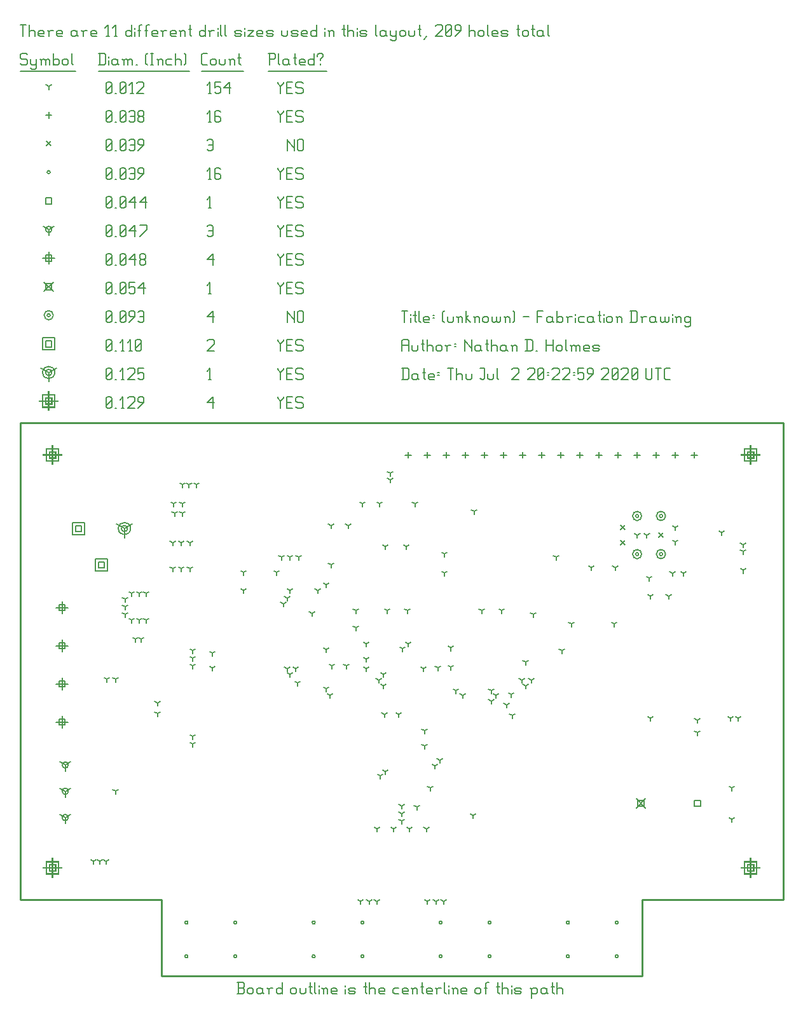
<source format=gbr>
G04 start of page 13 for group -3984 idx -3984 *
G04 Title: (unknown), fab *
G04 Creator: pcb 4.0.2 *
G04 CreationDate: Thu Jul  2 20:22:59 2020 UTC *
G04 For: ndholmes *
G04 Format: Gerber/RS-274X *
G04 PCB-Dimensions (mil): 4000.00 2900.00 *
G04 PCB-Coordinate-Origin: lower left *
%MOIN*%
%FSLAX25Y25*%
%LNFAB*%
%ADD104C,0.0100*%
%ADD103C,0.0060*%
%ADD102R,0.0080X0.0080*%
G54D102*X383000Y277800D02*Y268200D01*
X378200Y273000D02*X387800D01*
X381400Y274600D02*X384600D01*
X381400D02*Y271400D01*
X384600D01*
Y274600D02*Y271400D01*
X379800Y276200D02*X386200D01*
X379800D02*Y269800D01*
X386200D01*
Y276200D02*Y269800D01*
X17000Y61300D02*Y51700D01*
X12200Y56500D02*X21800D01*
X15400Y58100D02*X18600D01*
X15400D02*Y54900D01*
X18600D01*
Y58100D02*Y54900D01*
X13800Y59700D02*X20200D01*
X13800D02*Y53300D01*
X20200D01*
Y59700D02*Y53300D01*
X383000Y61300D02*Y51700D01*
X378200Y56500D02*X387800D01*
X381400Y58100D02*X384600D01*
X381400D02*Y54900D01*
X384600D01*
Y58100D02*Y54900D01*
X379800Y59700D02*X386200D01*
X379800D02*Y53300D01*
X386200D01*
Y59700D02*Y53300D01*
X17000Y277800D02*Y268200D01*
X12200Y273000D02*X21800D01*
X15400Y274600D02*X18600D01*
X15400D02*Y271400D01*
X18600D01*
Y274600D02*Y271400D01*
X13800Y276200D02*X20200D01*
X13800D02*Y269800D01*
X20200D01*
Y276200D02*Y269800D01*
X15000Y306050D02*Y296450D01*
X10200Y301250D02*X19800D01*
X13400Y302850D02*X16600D01*
X13400D02*Y299650D01*
X16600D01*
Y302850D02*Y299650D01*
X11800Y304450D02*X18200D01*
X11800D02*Y298050D01*
X18200D01*
Y304450D02*Y298050D01*
G54D103*X135000Y303500D02*Y302750D01*
X136500Y301250D01*
X138000Y302750D01*
Y303500D02*Y302750D01*
X136500Y301250D02*Y297500D01*
X139800Y300500D02*X142050D01*
X139800Y297500D02*X142800D01*
X139800Y303500D02*Y297500D01*
Y303500D02*X142800D01*
X147600D02*X148350Y302750D01*
X145350Y303500D02*X147600D01*
X144600Y302750D02*X145350Y303500D01*
X144600Y302750D02*Y301250D01*
X145350Y300500D01*
X147600D01*
X148350Y299750D01*
Y298250D01*
X147600Y297500D02*X148350Y298250D01*
X145350Y297500D02*X147600D01*
X144600Y298250D02*X145350Y297500D01*
X98000Y300500D02*X101000Y303500D01*
X98000Y300500D02*X101750D01*
X101000Y303500D02*Y297500D01*
X45000Y298250D02*X45750Y297500D01*
X45000Y302750D02*Y298250D01*
Y302750D02*X45750Y303500D01*
X47250D01*
X48000Y302750D01*
Y298250D01*
X47250Y297500D02*X48000Y298250D01*
X45750Y297500D02*X47250D01*
X45000Y299000D02*X48000Y302000D01*
X49800Y297500D02*X50550D01*
X53100D02*X54600D01*
X53850Y303500D02*Y297500D01*
X52350Y302000D02*X53850Y303500D01*
X56400Y302750D02*X57150Y303500D01*
X59400D01*
X60150Y302750D01*
Y301250D01*
X56400Y297500D02*X60150Y301250D01*
X56400Y297500D02*X60150D01*
X61950D02*X64950Y300500D01*
Y302750D02*Y300500D01*
X64200Y303500D02*X64950Y302750D01*
X62700Y303500D02*X64200D01*
X61950Y302750D02*X62700Y303500D01*
X61950Y302750D02*Y301250D01*
X62700Y300500D01*
X64950D01*
X54700Y234400D02*Y229600D01*
Y234400D02*X58860Y236800D01*
X54700Y234400D02*X50540Y236800D01*
X53100Y234400D02*G75*G03X56300Y234400I1600J0D01*G01*
G75*G03X53100Y234400I-1600J0D01*G01*
X51500D02*G75*G03X57900Y234400I3200J0D01*G01*
G75*G03X51500Y234400I-3200J0D01*G01*
X15000Y316250D02*Y311450D01*
Y316250D02*X19160Y318650D01*
X15000Y316250D02*X10840Y318650D01*
X13400Y316250D02*G75*G03X16600Y316250I1600J0D01*G01*
G75*G03X13400Y316250I-1600J0D01*G01*
X11800D02*G75*G03X18200Y316250I3200J0D01*G01*
G75*G03X11800Y316250I-3200J0D01*G01*
X135000Y318500D02*Y317750D01*
X136500Y316250D01*
X138000Y317750D01*
Y318500D02*Y317750D01*
X136500Y316250D02*Y312500D01*
X139800Y315500D02*X142050D01*
X139800Y312500D02*X142800D01*
X139800Y318500D02*Y312500D01*
Y318500D02*X142800D01*
X147600D02*X148350Y317750D01*
X145350Y318500D02*X147600D01*
X144600Y317750D02*X145350Y318500D01*
X144600Y317750D02*Y316250D01*
X145350Y315500D01*
X147600D01*
X148350Y314750D01*
Y313250D01*
X147600Y312500D02*X148350Y313250D01*
X145350Y312500D02*X147600D01*
X144600Y313250D02*X145350Y312500D01*
X98750D02*X100250D01*
X99500Y318500D02*Y312500D01*
X98000Y317000D02*X99500Y318500D01*
X45000Y313250D02*X45750Y312500D01*
X45000Y317750D02*Y313250D01*
Y317750D02*X45750Y318500D01*
X47250D01*
X48000Y317750D01*
Y313250D01*
X47250Y312500D02*X48000Y313250D01*
X45750Y312500D02*X47250D01*
X45000Y314000D02*X48000Y317000D01*
X49800Y312500D02*X50550D01*
X53100D02*X54600D01*
X53850Y318500D02*Y312500D01*
X52350Y317000D02*X53850Y318500D01*
X56400Y317750D02*X57150Y318500D01*
X59400D01*
X60150Y317750D01*
Y316250D01*
X56400Y312500D02*X60150Y316250D01*
X56400Y312500D02*X60150D01*
X61950Y318500D02*X64950D01*
X61950D02*Y315500D01*
X62700Y316250D01*
X64200D01*
X64950Y315500D01*
Y313250D01*
X64200Y312500D02*X64950Y313250D01*
X62700Y312500D02*X64200D01*
X61950Y313250D02*X62700Y312500D01*
X29100Y236000D02*X32300D01*
X29100D02*Y232800D01*
X32300D01*
Y236000D02*Y232800D01*
X27500Y237600D02*X33900D01*
X27500D02*Y231200D01*
X33900D01*
Y237600D02*Y231200D01*
X41100Y217000D02*X44300D01*
X41100D02*Y213800D01*
X44300D01*
Y217000D02*Y213800D01*
X39500Y218600D02*X45900D01*
X39500D02*Y212200D01*
X45900D01*
Y218600D02*Y212200D01*
X13400Y332850D02*X16600D01*
X13400D02*Y329650D01*
X16600D01*
Y332850D02*Y329650D01*
X11800Y334450D02*X18200D01*
X11800D02*Y328050D01*
X18200D01*
Y334450D02*Y328050D01*
X135000Y333500D02*Y332750D01*
X136500Y331250D01*
X138000Y332750D01*
Y333500D02*Y332750D01*
X136500Y331250D02*Y327500D01*
X139800Y330500D02*X142050D01*
X139800Y327500D02*X142800D01*
X139800Y333500D02*Y327500D01*
Y333500D02*X142800D01*
X147600D02*X148350Y332750D01*
X145350Y333500D02*X147600D01*
X144600Y332750D02*X145350Y333500D01*
X144600Y332750D02*Y331250D01*
X145350Y330500D01*
X147600D01*
X148350Y329750D01*
Y328250D01*
X147600Y327500D02*X148350Y328250D01*
X145350Y327500D02*X147600D01*
X144600Y328250D02*X145350Y327500D01*
X98000Y332750D02*X98750Y333500D01*
X101000D01*
X101750Y332750D01*
Y331250D01*
X98000Y327500D02*X101750Y331250D01*
X98000Y327500D02*X101750D01*
X45000Y328250D02*X45750Y327500D01*
X45000Y332750D02*Y328250D01*
Y332750D02*X45750Y333500D01*
X47250D01*
X48000Y332750D01*
Y328250D01*
X47250Y327500D02*X48000Y328250D01*
X45750Y327500D02*X47250D01*
X45000Y329000D02*X48000Y332000D01*
X49800Y327500D02*X50550D01*
X53100D02*X54600D01*
X53850Y333500D02*Y327500D01*
X52350Y332000D02*X53850Y333500D01*
X57150Y327500D02*X58650D01*
X57900Y333500D02*Y327500D01*
X56400Y332000D02*X57900Y333500D01*
X60450Y328250D02*X61200Y327500D01*
X60450Y332750D02*Y328250D01*
Y332750D02*X61200Y333500D01*
X62700D01*
X63450Y332750D01*
Y328250D01*
X62700Y327500D02*X63450Y328250D01*
X61200Y327500D02*X62700D01*
X60450Y329000D02*X63450Y332000D01*
X335200Y221000D02*G75*G03X336800Y221000I800J0D01*G01*
G75*G03X335200Y221000I-800J0D01*G01*
X333600D02*G75*G03X338400Y221000I2400J0D01*G01*
G75*G03X333600Y221000I-2400J0D01*G01*
X322700D02*G75*G03X324300Y221000I800J0D01*G01*
G75*G03X322700Y221000I-800J0D01*G01*
X321100D02*G75*G03X325900Y221000I2400J0D01*G01*
G75*G03X321100Y221000I-2400J0D01*G01*
X322700Y241000D02*G75*G03X324300Y241000I800J0D01*G01*
G75*G03X322700Y241000I-800J0D01*G01*
X321100D02*G75*G03X325900Y241000I2400J0D01*G01*
G75*G03X321100Y241000I-2400J0D01*G01*
X335200D02*G75*G03X336800Y241000I800J0D01*G01*
G75*G03X335200Y241000I-800J0D01*G01*
X333600D02*G75*G03X338400Y241000I2400J0D01*G01*
G75*G03X333600Y241000I-2400J0D01*G01*
X14200Y346250D02*G75*G03X15800Y346250I800J0D01*G01*
G75*G03X14200Y346250I-800J0D01*G01*
X12600D02*G75*G03X17400Y346250I2400J0D01*G01*
G75*G03X12600Y346250I-2400J0D01*G01*
X140000Y348500D02*Y342500D01*
Y348500D02*Y347750D01*
X143750Y344000D01*
Y348500D02*Y342500D01*
X145550Y347750D02*Y343250D01*
Y347750D02*X146300Y348500D01*
X147800D01*
X148550Y347750D01*
Y343250D01*
X147800Y342500D02*X148550Y343250D01*
X146300Y342500D02*X147800D01*
X145550Y343250D02*X146300Y342500D01*
X98000Y345500D02*X101000Y348500D01*
X98000Y345500D02*X101750D01*
X101000Y348500D02*Y342500D01*
X45000Y343250D02*X45750Y342500D01*
X45000Y347750D02*Y343250D01*
Y347750D02*X45750Y348500D01*
X47250D01*
X48000Y347750D01*
Y343250D01*
X47250Y342500D02*X48000Y343250D01*
X45750Y342500D02*X47250D01*
X45000Y344000D02*X48000Y347000D01*
X49800Y342500D02*X50550D01*
X52350Y343250D02*X53100Y342500D01*
X52350Y347750D02*Y343250D01*
Y347750D02*X53100Y348500D01*
X54600D01*
X55350Y347750D01*
Y343250D01*
X54600Y342500D02*X55350Y343250D01*
X53100Y342500D02*X54600D01*
X52350Y344000D02*X55350Y347000D01*
X57150Y342500D02*X60150Y345500D01*
Y347750D02*Y345500D01*
X59400Y348500D02*X60150Y347750D01*
X57900Y348500D02*X59400D01*
X57150Y347750D02*X57900Y348500D01*
X57150Y347750D02*Y346250D01*
X57900Y345500D01*
X60150D01*
X61950Y347750D02*X62700Y348500D01*
X64200D01*
X64950Y347750D01*
Y343250D01*
X64200Y342500D02*X64950Y343250D01*
X62700Y342500D02*X64200D01*
X61950Y343250D02*X62700Y342500D01*
Y345500D02*X64950D01*
X323136Y92700D02*X327936Y87900D01*
X323136D02*X327936Y92700D01*
X323936Y91900D02*X327136D01*
X323936D02*Y88700D01*
X327136D01*
Y91900D02*Y88700D01*
X12600Y363650D02*X17400Y358850D01*
X12600D02*X17400Y363650D01*
X13400Y362850D02*X16600D01*
X13400D02*Y359650D01*
X16600D01*
Y362850D02*Y359650D01*
X135000Y363500D02*Y362750D01*
X136500Y361250D01*
X138000Y362750D01*
Y363500D02*Y362750D01*
X136500Y361250D02*Y357500D01*
X139800Y360500D02*X142050D01*
X139800Y357500D02*X142800D01*
X139800Y363500D02*Y357500D01*
Y363500D02*X142800D01*
X147600D02*X148350Y362750D01*
X145350Y363500D02*X147600D01*
X144600Y362750D02*X145350Y363500D01*
X144600Y362750D02*Y361250D01*
X145350Y360500D01*
X147600D01*
X148350Y359750D01*
Y358250D01*
X147600Y357500D02*X148350Y358250D01*
X145350Y357500D02*X147600D01*
X144600Y358250D02*X145350Y357500D01*
X98750D02*X100250D01*
X99500Y363500D02*Y357500D01*
X98000Y362000D02*X99500Y363500D01*
X45000Y358250D02*X45750Y357500D01*
X45000Y362750D02*Y358250D01*
Y362750D02*X45750Y363500D01*
X47250D01*
X48000Y362750D01*
Y358250D01*
X47250Y357500D02*X48000Y358250D01*
X45750Y357500D02*X47250D01*
X45000Y359000D02*X48000Y362000D01*
X49800Y357500D02*X50550D01*
X52350Y358250D02*X53100Y357500D01*
X52350Y362750D02*Y358250D01*
Y362750D02*X53100Y363500D01*
X54600D01*
X55350Y362750D01*
Y358250D01*
X54600Y357500D02*X55350Y358250D01*
X53100Y357500D02*X54600D01*
X52350Y359000D02*X55350Y362000D01*
X57150Y363500D02*X60150D01*
X57150D02*Y360500D01*
X57900Y361250D01*
X59400D01*
X60150Y360500D01*
Y358250D01*
X59400Y357500D02*X60150Y358250D01*
X57900Y357500D02*X59400D01*
X57150Y358250D02*X57900Y357500D01*
X61950Y360500D02*X64950Y363500D01*
X61950Y360500D02*X65700D01*
X64950Y363500D02*Y357500D01*
X22000Y156200D02*Y149800D01*
X18800Y153000D02*X25200D01*
X20400Y154600D02*X23600D01*
X20400D02*Y151400D01*
X23600D01*
Y154600D02*Y151400D01*
X22000Y136200D02*Y129800D01*
X18800Y133000D02*X25200D01*
X20400Y134600D02*X23600D01*
X20400D02*Y131400D01*
X23600D01*
Y134600D02*Y131400D01*
X22000Y196200D02*Y189800D01*
X18800Y193000D02*X25200D01*
X20400Y194600D02*X23600D01*
X20400D02*Y191400D01*
X23600D01*
Y194600D02*Y191400D01*
X22000Y176200D02*Y169800D01*
X18800Y173000D02*X25200D01*
X20400Y174600D02*X23600D01*
X20400D02*Y171400D01*
X23600D01*
Y174600D02*Y171400D01*
X15000Y379450D02*Y373050D01*
X11800Y376250D02*X18200D01*
X13400Y377850D02*X16600D01*
X13400D02*Y374650D01*
X16600D01*
Y377850D02*Y374650D01*
X135000Y378500D02*Y377750D01*
X136500Y376250D01*
X138000Y377750D01*
Y378500D02*Y377750D01*
X136500Y376250D02*Y372500D01*
X139800Y375500D02*X142050D01*
X139800Y372500D02*X142800D01*
X139800Y378500D02*Y372500D01*
Y378500D02*X142800D01*
X147600D02*X148350Y377750D01*
X145350Y378500D02*X147600D01*
X144600Y377750D02*X145350Y378500D01*
X144600Y377750D02*Y376250D01*
X145350Y375500D01*
X147600D01*
X148350Y374750D01*
Y373250D01*
X147600Y372500D02*X148350Y373250D01*
X145350Y372500D02*X147600D01*
X144600Y373250D02*X145350Y372500D01*
X98000Y375500D02*X101000Y378500D01*
X98000Y375500D02*X101750D01*
X101000Y378500D02*Y372500D01*
X45000Y373250D02*X45750Y372500D01*
X45000Y377750D02*Y373250D01*
Y377750D02*X45750Y378500D01*
X47250D01*
X48000Y377750D01*
Y373250D01*
X47250Y372500D02*X48000Y373250D01*
X45750Y372500D02*X47250D01*
X45000Y374000D02*X48000Y377000D01*
X49800Y372500D02*X50550D01*
X52350Y373250D02*X53100Y372500D01*
X52350Y377750D02*Y373250D01*
Y377750D02*X53100Y378500D01*
X54600D01*
X55350Y377750D01*
Y373250D01*
X54600Y372500D02*X55350Y373250D01*
X53100Y372500D02*X54600D01*
X52350Y374000D02*X55350Y377000D01*
X57150Y375500D02*X60150Y378500D01*
X57150Y375500D02*X60900D01*
X60150Y378500D02*Y372500D01*
X62700Y373250D02*X63450Y372500D01*
X62700Y374750D02*Y373250D01*
Y374750D02*X63450Y375500D01*
X64950D01*
X65700Y374750D01*
Y373250D01*
X64950Y372500D02*X65700Y373250D01*
X63450Y372500D02*X64950D01*
X62700Y376250D02*X63450Y375500D01*
X62700Y377750D02*Y376250D01*
Y377750D02*X63450Y378500D01*
X64950D01*
X65700Y377750D01*
Y376250D01*
X64950Y375500D02*X65700Y376250D01*
X23673Y110445D02*Y107245D01*
Y110445D02*X26446Y112045D01*
X23673Y110445D02*X20900Y112045D01*
X22073Y110445D02*G75*G03X25273Y110445I1600J0D01*G01*
G75*G03X22073Y110445I-1600J0D01*G01*
X23673Y96665D02*Y93465D01*
Y96665D02*X26446Y98265D01*
X23673Y96665D02*X20900Y98265D01*
X22073Y96665D02*G75*G03X25273Y96665I1600J0D01*G01*
G75*G03X22073Y96665I-1600J0D01*G01*
X23673Y82886D02*Y79686D01*
Y82886D02*X26446Y84486D01*
X23673Y82886D02*X20900Y84486D01*
X22073Y82886D02*G75*G03X25273Y82886I1600J0D01*G01*
G75*G03X22073Y82886I-1600J0D01*G01*
X15000Y391250D02*Y388050D01*
Y391250D02*X17773Y392850D01*
X15000Y391250D02*X12227Y392850D01*
X13400Y391250D02*G75*G03X16600Y391250I1600J0D01*G01*
G75*G03X13400Y391250I-1600J0D01*G01*
X135000Y393500D02*Y392750D01*
X136500Y391250D01*
X138000Y392750D01*
Y393500D02*Y392750D01*
X136500Y391250D02*Y387500D01*
X139800Y390500D02*X142050D01*
X139800Y387500D02*X142800D01*
X139800Y393500D02*Y387500D01*
Y393500D02*X142800D01*
X147600D02*X148350Y392750D01*
X145350Y393500D02*X147600D01*
X144600Y392750D02*X145350Y393500D01*
X144600Y392750D02*Y391250D01*
X145350Y390500D01*
X147600D01*
X148350Y389750D01*
Y388250D01*
X147600Y387500D02*X148350Y388250D01*
X145350Y387500D02*X147600D01*
X144600Y388250D02*X145350Y387500D01*
X98000Y392750D02*X98750Y393500D01*
X100250D01*
X101000Y392750D01*
Y388250D01*
X100250Y387500D02*X101000Y388250D01*
X98750Y387500D02*X100250D01*
X98000Y388250D02*X98750Y387500D01*
Y390500D02*X101000D01*
X45000Y388250D02*X45750Y387500D01*
X45000Y392750D02*Y388250D01*
Y392750D02*X45750Y393500D01*
X47250D01*
X48000Y392750D01*
Y388250D01*
X47250Y387500D02*X48000Y388250D01*
X45750Y387500D02*X47250D01*
X45000Y389000D02*X48000Y392000D01*
X49800Y387500D02*X50550D01*
X52350Y388250D02*X53100Y387500D01*
X52350Y392750D02*Y388250D01*
Y392750D02*X53100Y393500D01*
X54600D01*
X55350Y392750D01*
Y388250D01*
X54600Y387500D02*X55350Y388250D01*
X53100Y387500D02*X54600D01*
X52350Y389000D02*X55350Y392000D01*
X57150Y390500D02*X60150Y393500D01*
X57150Y390500D02*X60900D01*
X60150Y393500D02*Y387500D01*
X62700D02*X66450Y391250D01*
Y393500D02*Y391250D01*
X62700Y393500D02*X66450D01*
X353464Y91900D02*X356664D01*
X353464D02*Y88700D01*
X356664D01*
Y91900D02*Y88700D01*
X13400Y407850D02*X16600D01*
X13400D02*Y404650D01*
X16600D01*
Y407850D02*Y404650D01*
X135000Y408500D02*Y407750D01*
X136500Y406250D01*
X138000Y407750D01*
Y408500D02*Y407750D01*
X136500Y406250D02*Y402500D01*
X139800Y405500D02*X142050D01*
X139800Y402500D02*X142800D01*
X139800Y408500D02*Y402500D01*
Y408500D02*X142800D01*
X147600D02*X148350Y407750D01*
X145350Y408500D02*X147600D01*
X144600Y407750D02*X145350Y408500D01*
X144600Y407750D02*Y406250D01*
X145350Y405500D01*
X147600D01*
X148350Y404750D01*
Y403250D01*
X147600Y402500D02*X148350Y403250D01*
X145350Y402500D02*X147600D01*
X144600Y403250D02*X145350Y402500D01*
X98750D02*X100250D01*
X99500Y408500D02*Y402500D01*
X98000Y407000D02*X99500Y408500D01*
X45000Y403250D02*X45750Y402500D01*
X45000Y407750D02*Y403250D01*
Y407750D02*X45750Y408500D01*
X47250D01*
X48000Y407750D01*
Y403250D01*
X47250Y402500D02*X48000Y403250D01*
X45750Y402500D02*X47250D01*
X45000Y404000D02*X48000Y407000D01*
X49800Y402500D02*X50550D01*
X52350Y403250D02*X53100Y402500D01*
X52350Y407750D02*Y403250D01*
Y407750D02*X53100Y408500D01*
X54600D01*
X55350Y407750D01*
Y403250D01*
X54600Y402500D02*X55350Y403250D01*
X53100Y402500D02*X54600D01*
X52350Y404000D02*X55350Y407000D01*
X57150Y405500D02*X60150Y408500D01*
X57150Y405500D02*X60900D01*
X60150Y408500D02*Y402500D01*
X62700Y405500D02*X65700Y408500D01*
X62700Y405500D02*X66450D01*
X65700Y408500D02*Y402500D01*
X111995Y10142D02*G75*G03X113595Y10142I800J0D01*G01*
G75*G03X111995Y10142I-800J0D01*G01*
X86405D02*G75*G03X88005Y10142I800J0D01*G01*
G75*G03X86405Y10142I-800J0D01*G01*
X111995Y27858D02*G75*G03X113595Y27858I800J0D01*G01*
G75*G03X111995Y27858I-800J0D01*G01*
X86405D02*G75*G03X88005Y27858I800J0D01*G01*
G75*G03X86405Y27858I-800J0D01*G01*
X178695Y10142D02*G75*G03X180295Y10142I800J0D01*G01*
G75*G03X178695Y10142I-800J0D01*G01*
X153105D02*G75*G03X154705Y10142I800J0D01*G01*
G75*G03X153105Y10142I-800J0D01*G01*
X178695Y27858D02*G75*G03X180295Y27858I800J0D01*G01*
G75*G03X178695Y27858I-800J0D01*G01*
X153105D02*G75*G03X154705Y27858I800J0D01*G01*
G75*G03X153105Y27858I-800J0D01*G01*
X245295Y10142D02*G75*G03X246895Y10142I800J0D01*G01*
G75*G03X245295Y10142I-800J0D01*G01*
X219705D02*G75*G03X221305Y10142I800J0D01*G01*
G75*G03X219705Y10142I-800J0D01*G01*
X245295Y27858D02*G75*G03X246895Y27858I800J0D01*G01*
G75*G03X245295Y27858I-800J0D01*G01*
X219705D02*G75*G03X221305Y27858I800J0D01*G01*
G75*G03X219705Y27858I-800J0D01*G01*
X311995Y10142D02*G75*G03X313595Y10142I800J0D01*G01*
G75*G03X311995Y10142I-800J0D01*G01*
X286405D02*G75*G03X288005Y10142I800J0D01*G01*
G75*G03X286405Y10142I-800J0D01*G01*
X311995Y27858D02*G75*G03X313595Y27858I800J0D01*G01*
G75*G03X311995Y27858I-800J0D01*G01*
X286405D02*G75*G03X288005Y27858I800J0D01*G01*
G75*G03X286405Y27858I-800J0D01*G01*
X334800Y232200D02*X337200Y229800D01*
X334800D02*X337200Y232200D01*
X314800Y228200D02*X317200Y225800D01*
X314800D02*X317200Y228200D01*
X314800Y236200D02*X317200Y233800D01*
X314800D02*X317200Y236200D01*
X14200Y421250D02*G75*G03X15800Y421250I800J0D01*G01*
G75*G03X14200Y421250I-800J0D01*G01*
X135000Y423500D02*Y422750D01*
X136500Y421250D01*
X138000Y422750D01*
Y423500D02*Y422750D01*
X136500Y421250D02*Y417500D01*
X139800Y420500D02*X142050D01*
X139800Y417500D02*X142800D01*
X139800Y423500D02*Y417500D01*
Y423500D02*X142800D01*
X147600D02*X148350Y422750D01*
X145350Y423500D02*X147600D01*
X144600Y422750D02*X145350Y423500D01*
X144600Y422750D02*Y421250D01*
X145350Y420500D01*
X147600D01*
X148350Y419750D01*
Y418250D01*
X147600Y417500D02*X148350Y418250D01*
X145350Y417500D02*X147600D01*
X144600Y418250D02*X145350Y417500D01*
X98750D02*X100250D01*
X99500Y423500D02*Y417500D01*
X98000Y422000D02*X99500Y423500D01*
X104300D02*X105050Y422750D01*
X102800Y423500D02*X104300D01*
X102050Y422750D02*X102800Y423500D01*
X102050Y422750D02*Y418250D01*
X102800Y417500D01*
X104300Y420500D02*X105050Y419750D01*
X102050Y420500D02*X104300D01*
X102800Y417500D02*X104300D01*
X105050Y418250D01*
Y419750D02*Y418250D01*
X13800Y437450D02*X16200Y435050D01*
X13800D02*X16200Y437450D01*
X140000Y438500D02*Y432500D01*
Y438500D02*Y437750D01*
X143750Y434000D01*
Y438500D02*Y432500D01*
X145550Y437750D02*Y433250D01*
Y437750D02*X146300Y438500D01*
X147800D01*
X148550Y437750D01*
Y433250D01*
X147800Y432500D02*X148550Y433250D01*
X146300Y432500D02*X147800D01*
X145550Y433250D02*X146300Y432500D01*
X98000Y437750D02*X98750Y438500D01*
X100250D01*
X101000Y437750D01*
Y433250D01*
X100250Y432500D02*X101000Y433250D01*
X98750Y432500D02*X100250D01*
X98000Y433250D02*X98750Y432500D01*
Y435500D02*X101000D01*
X45000Y433250D02*X45750Y432500D01*
X45000Y437750D02*Y433250D01*
Y437750D02*X45750Y438500D01*
X47250D01*
X48000Y437750D01*
Y433250D01*
X47250Y432500D02*X48000Y433250D01*
X45750Y432500D02*X47250D01*
X45000Y434000D02*X48000Y437000D01*
X49800Y432500D02*X50550D01*
X52350Y433250D02*X53100Y432500D01*
X52350Y437750D02*Y433250D01*
Y437750D02*X53100Y438500D01*
X54600D01*
X55350Y437750D01*
Y433250D01*
X54600Y432500D02*X55350Y433250D01*
X53100Y432500D02*X54600D01*
X52350Y434000D02*X55350Y437000D01*
X57150Y437750D02*X57900Y438500D01*
X59400D01*
X60150Y437750D01*
Y433250D01*
X59400Y432500D02*X60150Y433250D01*
X57900Y432500D02*X59400D01*
X57150Y433250D02*X57900Y432500D01*
Y435500D02*X60150D01*
X61950Y432500D02*X64950Y435500D01*
Y437750D02*Y435500D01*
X64200Y438500D02*X64950Y437750D01*
X62700Y438500D02*X64200D01*
X61950Y437750D02*X62700Y438500D01*
X61950Y437750D02*Y436250D01*
X62700Y435500D01*
X64950D01*
X45000Y418250D02*X45750Y417500D01*
X45000Y422750D02*Y418250D01*
Y422750D02*X45750Y423500D01*
X47250D01*
X48000Y422750D01*
Y418250D01*
X47250Y417500D02*X48000Y418250D01*
X45750Y417500D02*X47250D01*
X45000Y419000D02*X48000Y422000D01*
X49800Y417500D02*X50550D01*
X52350Y418250D02*X53100Y417500D01*
X52350Y422750D02*Y418250D01*
Y422750D02*X53100Y423500D01*
X54600D01*
X55350Y422750D01*
Y418250D01*
X54600Y417500D02*X55350Y418250D01*
X53100Y417500D02*X54600D01*
X52350Y419000D02*X55350Y422000D01*
X57150Y422750D02*X57900Y423500D01*
X59400D01*
X60150Y422750D01*
Y418250D01*
X59400Y417500D02*X60150Y418250D01*
X57900Y417500D02*X59400D01*
X57150Y418250D02*X57900Y417500D01*
Y420500D02*X60150D01*
X61950Y417500D02*X64950Y420500D01*
Y422750D02*Y420500D01*
X64200Y423500D02*X64950Y422750D01*
X62700Y423500D02*X64200D01*
X61950Y422750D02*X62700Y423500D01*
X61950Y422750D02*Y421250D01*
X62700Y420500D01*
X64950D01*
X353500Y274600D02*Y271400D01*
X351900Y273000D02*X355100D01*
X343500Y274600D02*Y271400D01*
X341900Y273000D02*X345100D01*
X333500Y274600D02*Y271400D01*
X331900Y273000D02*X335100D01*
X323500Y274600D02*Y271400D01*
X321900Y273000D02*X325100D01*
X313500Y274600D02*Y271400D01*
X311900Y273000D02*X315100D01*
X303500Y274600D02*Y271400D01*
X301900Y273000D02*X305100D01*
X293500Y274600D02*Y271400D01*
X291900Y273000D02*X295100D01*
X283500Y274600D02*Y271400D01*
X281900Y273000D02*X285100D01*
X273500Y274600D02*Y271400D01*
X271900Y273000D02*X275100D01*
X263500Y274600D02*Y271400D01*
X261900Y273000D02*X265100D01*
X253500Y274600D02*Y271400D01*
X251900Y273000D02*X255100D01*
X243500Y274600D02*Y271400D01*
X241900Y273000D02*X245100D01*
X233500Y274600D02*Y271400D01*
X231900Y273000D02*X235100D01*
X223500Y274600D02*Y271400D01*
X221900Y273000D02*X225100D01*
X213500Y274600D02*Y271400D01*
X211900Y273000D02*X215100D01*
X203500Y274600D02*Y271400D01*
X201900Y273000D02*X205100D01*
X15000Y452850D02*Y449650D01*
X13400Y451250D02*X16600D01*
X135000Y453500D02*Y452750D01*
X136500Y451250D01*
X138000Y452750D01*
Y453500D02*Y452750D01*
X136500Y451250D02*Y447500D01*
X139800Y450500D02*X142050D01*
X139800Y447500D02*X142800D01*
X139800Y453500D02*Y447500D01*
Y453500D02*X142800D01*
X147600D02*X148350Y452750D01*
X145350Y453500D02*X147600D01*
X144600Y452750D02*X145350Y453500D01*
X144600Y452750D02*Y451250D01*
X145350Y450500D01*
X147600D01*
X148350Y449750D01*
Y448250D01*
X147600Y447500D02*X148350Y448250D01*
X145350Y447500D02*X147600D01*
X144600Y448250D02*X145350Y447500D01*
X98750D02*X100250D01*
X99500Y453500D02*Y447500D01*
X98000Y452000D02*X99500Y453500D01*
X104300D02*X105050Y452750D01*
X102800Y453500D02*X104300D01*
X102050Y452750D02*X102800Y453500D01*
X102050Y452750D02*Y448250D01*
X102800Y447500D01*
X104300Y450500D02*X105050Y449750D01*
X102050Y450500D02*X104300D01*
X102800Y447500D02*X104300D01*
X105050Y448250D01*
Y449750D02*Y448250D01*
X45000D02*X45750Y447500D01*
X45000Y452750D02*Y448250D01*
Y452750D02*X45750Y453500D01*
X47250D01*
X48000Y452750D01*
Y448250D01*
X47250Y447500D02*X48000Y448250D01*
X45750Y447500D02*X47250D01*
X45000Y449000D02*X48000Y452000D01*
X49800Y447500D02*X50550D01*
X52350Y448250D02*X53100Y447500D01*
X52350Y452750D02*Y448250D01*
Y452750D02*X53100Y453500D01*
X54600D01*
X55350Y452750D01*
Y448250D01*
X54600Y447500D02*X55350Y448250D01*
X53100Y447500D02*X54600D01*
X52350Y449000D02*X55350Y452000D01*
X57150Y452750D02*X57900Y453500D01*
X59400D01*
X60150Y452750D01*
Y448250D01*
X59400Y447500D02*X60150Y448250D01*
X57900Y447500D02*X59400D01*
X57150Y448250D02*X57900Y447500D01*
Y450500D02*X60150D01*
X61950Y448250D02*X62700Y447500D01*
X61950Y449750D02*Y448250D01*
Y449750D02*X62700Y450500D01*
X64200D01*
X64950Y449750D01*
Y448250D01*
X64200Y447500D02*X64950Y448250D01*
X62700Y447500D02*X64200D01*
X61950Y451250D02*X62700Y450500D01*
X61950Y452750D02*Y451250D01*
Y452750D02*X62700Y453500D01*
X64200D01*
X64950Y452750D01*
Y451250D01*
X64200Y450500D02*X64950Y451250D01*
X45500Y155500D02*Y153900D01*
Y155500D02*X46887Y156300D01*
X45500Y155500D02*X44113Y156300D01*
X50000Y155500D02*Y153900D01*
Y155500D02*X51387Y156300D01*
X50000Y155500D02*X48613Y156300D01*
X72000Y143000D02*Y141400D01*
Y143000D02*X73387Y143800D01*
X72000Y143000D02*X70613Y143800D01*
X72000Y137500D02*Y135900D01*
Y137500D02*X73387Y138300D01*
X72000Y137500D02*X70613Y138300D01*
X58500Y186500D02*Y184900D01*
Y186500D02*X59887Y187300D01*
X58500Y186500D02*X57113Y187300D01*
X55000Y197500D02*Y195900D01*
Y197500D02*X56387Y198300D01*
X55000Y197500D02*X53613Y198300D01*
X55000Y193500D02*Y191900D01*
Y193500D02*X56387Y194300D01*
X55000Y193500D02*X53613Y194300D01*
X55000Y189500D02*Y187900D01*
Y189500D02*X56387Y190300D01*
X55000Y189500D02*X53613Y190300D01*
X62500Y186500D02*Y184900D01*
Y186500D02*X63887Y187300D01*
X62500Y186500D02*X61113Y187300D01*
X66000Y186500D02*Y184900D01*
Y186500D02*X67387Y187300D01*
X66000Y186500D02*X64613Y187300D01*
X58500Y200500D02*Y198900D01*
Y200500D02*X59887Y201300D01*
X58500Y200500D02*X57113Y201300D01*
X62500Y200500D02*Y198900D01*
Y200500D02*X63887Y201300D01*
X62500Y200500D02*X61113Y201300D01*
X66000Y200500D02*Y198900D01*
Y200500D02*X67387Y201300D01*
X66000Y200500D02*X64613Y201300D01*
X63500Y176500D02*Y174900D01*
Y176500D02*X64887Y177300D01*
X63500Y176500D02*X62113Y177300D01*
X60500Y176500D02*Y174900D01*
Y176500D02*X61887Y177300D01*
X60500Y176500D02*X59113Y177300D01*
X45000Y60000D02*Y58400D01*
Y60000D02*X46387Y60800D01*
X45000Y60000D02*X43613Y60800D01*
X330500Y199000D02*Y197400D01*
Y199000D02*X331887Y199800D01*
X330500Y199000D02*X329113Y199800D01*
X340000Y199000D02*Y197400D01*
Y199000D02*X341387Y199800D01*
X340000Y199000D02*X338613Y199800D01*
X330500Y135000D02*Y133400D01*
Y135000D02*X331887Y135800D01*
X330500Y135000D02*X329113Y135800D01*
X372500Y135000D02*Y133400D01*
Y135000D02*X373887Y135800D01*
X372500Y135000D02*X371113Y135800D01*
X376500Y135000D02*Y133400D01*
Y135000D02*X377887Y135800D01*
X376500Y135000D02*X375113Y135800D01*
X379100Y212600D02*Y211000D01*
Y212600D02*X380487Y213400D01*
X379100Y212600D02*X377713Y213400D01*
X323600Y231000D02*Y229400D01*
Y231000D02*X324987Y231800D01*
X323600Y231000D02*X322213Y231800D01*
X367700Y232300D02*Y230700D01*
Y232300D02*X369087Y233100D01*
X367700Y232300D02*X366313Y233100D01*
X379000Y222500D02*Y220900D01*
Y222500D02*X380387Y223300D01*
X379000Y222500D02*X377613Y223300D01*
X379000Y226000D02*Y224400D01*
Y226000D02*X380387Y226800D01*
X379000Y226000D02*X377613Y226800D01*
X328600Y231000D02*Y229400D01*
Y231000D02*X329987Y231800D01*
X328600Y231000D02*X327213Y231800D01*
X343500Y227500D02*Y225900D01*
Y227500D02*X344887Y228300D01*
X343500Y227500D02*X342113Y228300D01*
X343500Y235000D02*Y233400D01*
Y235000D02*X344887Y235800D01*
X343500Y235000D02*X342113Y235800D01*
X355000Y134000D02*Y132400D01*
Y134000D02*X356387Y134800D01*
X355000Y134000D02*X353613Y134800D01*
X355000Y127500D02*Y125900D01*
Y127500D02*X356387Y128300D01*
X355000Y127500D02*X353613Y128300D01*
X342000Y211000D02*Y209400D01*
Y211000D02*X343387Y211800D01*
X342000Y211000D02*X340613Y211800D01*
X200000Y85000D02*Y83400D01*
Y85000D02*X201387Y85800D01*
X200000Y85000D02*X198613Y85800D01*
X200000Y81200D02*Y79600D01*
Y81200D02*X201387Y82000D01*
X200000Y81200D02*X198613Y82000D01*
X200000Y89000D02*Y87400D01*
Y89000D02*X201387Y89800D01*
X200000Y89000D02*X198613Y89800D01*
X204100Y77000D02*Y75400D01*
Y77000D02*X205487Y77800D01*
X204100Y77000D02*X202713Y77800D01*
X208000Y88500D02*Y86900D01*
Y88500D02*X209387Y89300D01*
X208000Y88500D02*X206613Y89300D01*
X195900Y77000D02*Y75400D01*
Y77000D02*X197287Y77800D01*
X195900Y77000D02*X194513Y77800D01*
X187200Y77000D02*Y75400D01*
Y77000D02*X188587Y77800D01*
X187200Y77000D02*X185813Y77800D01*
X213000Y77000D02*Y75400D01*
Y77000D02*X214387Y77800D01*
X213000Y77000D02*X211613Y77800D01*
X194000Y263500D02*Y261900D01*
Y263500D02*X195387Y264300D01*
X194000Y263500D02*X192613Y264300D01*
X194000Y260000D02*Y258400D01*
Y260000D02*X195387Y260800D01*
X194000Y260000D02*X192613Y260800D01*
X85100Y257400D02*Y255800D01*
Y257400D02*X86487Y258200D01*
X85100Y257400D02*X83713Y258200D01*
X92400Y257400D02*Y255800D01*
Y257400D02*X93787Y258200D01*
X92400Y257400D02*X91013Y258200D01*
X88600Y257400D02*Y255800D01*
Y257400D02*X89987Y258200D01*
X88600Y257400D02*X87213Y258200D01*
X84500Y213500D02*Y211900D01*
Y213500D02*X85887Y214300D01*
X84500Y213500D02*X83113Y214300D01*
X89000Y213500D02*Y211900D01*
Y213500D02*X90387Y214300D01*
X89000Y213500D02*X87613Y214300D01*
X80000Y213500D02*Y211900D01*
Y213500D02*X81387Y214300D01*
X80000Y213500D02*X78613Y214300D01*
X84500Y227000D02*Y225400D01*
Y227000D02*X85887Y227800D01*
X84500Y227000D02*X83113Y227800D01*
X89000Y227000D02*Y225400D01*
Y227000D02*X90387Y227800D01*
X89000Y227000D02*X87613Y227800D01*
X80000Y227000D02*Y225400D01*
Y227000D02*X81387Y227800D01*
X80000Y227000D02*X78613Y227800D01*
X85000Y247500D02*Y245900D01*
Y247500D02*X86387Y248300D01*
X85000Y247500D02*X83613Y248300D01*
X80500Y247500D02*Y245900D01*
Y247500D02*X81887Y248300D01*
X80500Y247500D02*X79113Y248300D01*
X81000Y242500D02*Y240900D01*
Y242500D02*X82387Y243300D01*
X81000Y242500D02*X79613Y243300D01*
X85000Y242500D02*Y240900D01*
Y242500D02*X86387Y243300D01*
X85000Y242500D02*X83613Y243300D01*
X225700Y161800D02*Y160200D01*
Y161800D02*X227087Y162600D01*
X225700Y161800D02*X224313Y162600D01*
X252400Y191500D02*Y189900D01*
Y191500D02*X253787Y192300D01*
X252400Y191500D02*X251013Y192300D01*
X222500Y221200D02*Y219600D01*
Y221200D02*X223887Y222000D01*
X222500Y221200D02*X221113Y222000D01*
X100900Y161300D02*Y159700D01*
Y161300D02*X102287Y162100D01*
X100900Y161300D02*X99513Y162100D01*
X100900Y169200D02*Y167600D01*
Y169200D02*X102287Y170000D01*
X100900Y169200D02*X99513Y170000D01*
X117200Y211400D02*Y209800D01*
Y211400D02*X118587Y212200D01*
X117200Y211400D02*X115813Y212200D01*
X163000Y236000D02*Y234400D01*
Y236000D02*X164387Y236800D01*
X163000Y236000D02*X161613Y236800D01*
X172000Y236000D02*Y234400D01*
Y236000D02*X173387Y236800D01*
X172000Y236000D02*X170613Y236800D01*
X141500Y202000D02*Y200400D01*
Y202000D02*X142887Y202800D01*
X141500Y202000D02*X140113Y202800D01*
X141500Y219500D02*Y217900D01*
Y219500D02*X142887Y220300D01*
X141500Y219500D02*X140113Y220300D01*
X137000Y219500D02*Y217900D01*
Y219500D02*X138387Y220300D01*
X137000Y219500D02*X135613Y220300D01*
X156000Y202000D02*Y200400D01*
Y202000D02*X157387Y202800D01*
X156000Y202000D02*X154613Y202800D01*
X146000Y219500D02*Y217900D01*
Y219500D02*X147387Y220300D01*
X146000Y219500D02*X144613Y220300D01*
X160500Y205000D02*Y203400D01*
Y205000D02*X161887Y205800D01*
X160500Y205000D02*X159113Y205800D01*
X191500Y225000D02*Y223400D01*
Y225000D02*X192887Y225800D01*
X191500Y225000D02*X190113Y225800D01*
X202500Y225000D02*Y223400D01*
Y225000D02*X203887Y225800D01*
X202500Y225000D02*X201113Y225800D01*
X203000Y191500D02*Y189900D01*
Y191500D02*X204387Y192300D01*
X203000Y191500D02*X201613Y192300D01*
X192500Y191500D02*Y189900D01*
Y191500D02*X193887Y192300D01*
X192500Y191500D02*X191113Y192300D01*
X225700Y171900D02*Y170300D01*
Y171900D02*X227087Y172700D01*
X225700Y171900D02*X224313Y172700D01*
X222500Y211100D02*Y209500D01*
Y211100D02*X223887Y211900D01*
X222500Y211100D02*X221113Y211900D01*
X242000Y191500D02*Y189900D01*
Y191500D02*X243387Y192300D01*
X242000Y191500D02*X240613Y192300D01*
X176000Y191500D02*Y189900D01*
Y191500D02*X177387Y192300D01*
X176000Y191500D02*X174613Y192300D01*
X176000Y182500D02*Y180900D01*
Y182500D02*X177387Y183300D01*
X176000Y182500D02*X174613Y183300D01*
X140000Y198000D02*Y196400D01*
Y198000D02*X141387Y198800D01*
X140000Y198000D02*X138613Y198800D01*
X134469Y211469D02*Y209869D01*
Y211469D02*X135856Y212269D01*
X134469Y211469D02*X133082Y212269D01*
X138000Y195000D02*Y193400D01*
Y195000D02*X139387Y195800D01*
X138000Y195000D02*X136613Y195800D01*
X217525Y109975D02*Y108375D01*
Y109975D02*X218912Y110775D01*
X217525Y109975D02*X216139Y110775D01*
X215000Y98500D02*Y96900D01*
Y98500D02*X216387Y99300D01*
X215000Y98500D02*X213613Y99300D01*
X181500Y174000D02*Y172400D01*
Y174000D02*X182887Y174800D01*
X181500Y174000D02*X180113Y174800D01*
X203500Y174000D02*Y172400D01*
Y174000D02*X204887Y174800D01*
X203500Y174000D02*X202113Y174800D01*
X181500Y166000D02*Y164400D01*
Y166000D02*X182887Y166800D01*
X181500Y166000D02*X180113Y166800D01*
X200500Y171500D02*Y169900D01*
Y171500D02*X201887Y172300D01*
X200500Y171500D02*X199113Y172300D01*
X188910Y104678D02*Y103078D01*
Y104678D02*X190297Y105478D01*
X188910Y104678D02*X187523Y105478D01*
X190500Y158000D02*Y156400D01*
Y158000D02*X191887Y158800D01*
X190500Y158000D02*X189113Y158800D01*
X188000Y155000D02*Y153400D01*
Y155000D02*X189387Y155800D01*
X188000Y155000D02*X186613Y155800D01*
X268000Y155000D02*Y153400D01*
Y155000D02*X269387Y155800D01*
X268000Y155000D02*X266613Y155800D01*
X141500Y158000D02*Y156400D01*
Y158000D02*X142887Y158800D01*
X141500Y158000D02*X140113Y158800D01*
X265000Y152000D02*Y150400D01*
Y152000D02*X266387Y152800D01*
X265000Y152000D02*X263613Y152800D01*
X190500Y152000D02*Y150400D01*
Y152000D02*X191887Y152800D01*
X190500Y152000D02*X189113Y152800D01*
X160500Y171000D02*Y169400D01*
Y171000D02*X161887Y171800D01*
X160500Y171000D02*X159113Y171800D01*
X171000Y162500D02*Y160900D01*
Y162500D02*X172387Y163300D01*
X171000Y162500D02*X169613Y163300D01*
X211500Y161000D02*Y159400D01*
Y161000D02*X212887Y161800D01*
X211500Y161000D02*X210113Y161800D01*
X163500Y162500D02*Y160900D01*
Y162500D02*X164887Y163300D01*
X163500Y162500D02*X162113Y163300D01*
X144500Y161000D02*Y159400D01*
Y161000D02*X145887Y161800D01*
X144500Y161000D02*X143113Y161800D01*
X220000Y113000D02*Y111400D01*
Y113000D02*X221387Y113800D01*
X220000Y113000D02*X218613Y113800D01*
X269000Y189500D02*Y187900D01*
Y189500D02*X270387Y190300D01*
X269000Y189500D02*X267613Y190300D01*
X263000Y155000D02*Y153400D01*
Y155000D02*X264387Y155800D01*
X263000Y155000D02*X261613Y155800D01*
X284000Y170500D02*Y168900D01*
Y170500D02*X285387Y171300D01*
X284000Y170500D02*X282613Y171300D01*
X232000Y147000D02*Y145400D01*
Y147000D02*X233387Y147800D01*
X232000Y147000D02*X230613Y147800D01*
X247000Y149500D02*Y147900D01*
Y149500D02*X248387Y150300D01*
X247000Y149500D02*X245613Y150300D01*
X228500Y149500D02*Y147900D01*
Y149500D02*X229887Y150300D01*
X228500Y149500D02*X227113Y150300D01*
X249500Y147000D02*Y145400D01*
Y147000D02*X250887Y147800D01*
X249500Y147000D02*X248113Y147800D01*
X311500Y184500D02*Y182900D01*
Y184500D02*X312887Y185300D01*
X311500Y184500D02*X310113Y185300D01*
X289000Y184500D02*Y182900D01*
Y184500D02*X290387Y185300D01*
X289000Y184500D02*X287613Y185300D01*
X237457Y84000D02*Y82400D01*
Y84000D02*X238844Y84800D01*
X237457Y84000D02*X236070Y84800D01*
X207000Y247500D02*Y245900D01*
Y247500D02*X208387Y248300D01*
X207000Y247500D02*X205613Y248300D01*
X238000Y243500D02*Y241900D01*
Y243500D02*X239387Y244300D01*
X238000Y243500D02*X236613Y244300D01*
X163000Y215500D02*Y213900D01*
Y215500D02*X164387Y216300D01*
X163000Y215500D02*X161613Y216300D01*
X188500Y247500D02*Y245900D01*
Y247500D02*X189887Y248300D01*
X188500Y247500D02*X187113Y248300D01*
X38500Y60000D02*Y58400D01*
Y60000D02*X39887Y60800D01*
X38500Y60000D02*X37113Y60800D01*
X41800Y60000D02*Y58400D01*
Y60000D02*X43187Y60800D01*
X41800Y60000D02*X40413Y60800D01*
X247000Y144000D02*Y142400D01*
Y144000D02*X248387Y144800D01*
X247000Y144000D02*X245613Y144800D01*
X145500Y153500D02*Y151900D01*
Y153500D02*X146887Y154300D01*
X145500Y153500D02*X144113Y154300D01*
X255000Y142000D02*Y140400D01*
Y142000D02*X256387Y142800D01*
X255000Y142000D02*X253613Y142800D01*
X50000Y96800D02*Y95200D01*
Y96800D02*X51387Y97600D01*
X50000Y96800D02*X48613Y97600D01*
X299500Y214000D02*Y212400D01*
Y214000D02*X300887Y214800D01*
X299500Y214000D02*X298113Y214800D01*
X312000Y214000D02*Y212400D01*
Y214000D02*X313387Y214800D01*
X312000Y214000D02*X310613Y214800D01*
X281000Y219500D02*Y217900D01*
Y219500D02*X282387Y220300D01*
X281000Y219500D02*X279613Y220300D01*
X258000Y136500D02*Y134900D01*
Y136500D02*X259387Y137300D01*
X258000Y136500D02*X256613Y137300D01*
X257500Y147500D02*Y145900D01*
Y147500D02*X258887Y148300D01*
X257500Y147500D02*X256113Y148300D01*
X191000Y137000D02*Y135400D01*
Y137000D02*X192387Y137800D01*
X191000Y137000D02*X189613Y137800D01*
X198500Y137000D02*Y135400D01*
Y137000D02*X199887Y137800D01*
X198500Y137000D02*X197113Y137800D01*
X212000Y120500D02*Y118900D01*
Y120500D02*X213387Y121300D01*
X212000Y120500D02*X210613Y121300D01*
X212000Y128500D02*Y126900D01*
Y128500D02*X213387Y129300D01*
X212000Y128500D02*X210613Y129300D01*
X181500Y161000D02*Y159400D01*
Y161000D02*X182887Y161800D01*
X181500Y161000D02*X180113Y161800D01*
X213500Y39000D02*Y37400D01*
Y39000D02*X214887Y39800D01*
X213500Y39000D02*X212113Y39800D01*
X218000Y39000D02*Y37400D01*
Y39000D02*X219387Y39800D01*
X218000Y39000D02*X216613Y39800D01*
X222000Y39000D02*Y37400D01*
Y39000D02*X223387Y39800D01*
X222000Y39000D02*X220613Y39800D01*
X178500Y39000D02*Y37400D01*
Y39000D02*X179887Y39800D01*
X178500Y39000D02*X177113Y39800D01*
X183000Y39000D02*Y37400D01*
Y39000D02*X184387Y39800D01*
X183000Y39000D02*X181613Y39800D01*
X187000Y39000D02*Y37400D01*
Y39000D02*X188387Y39800D01*
X187000Y39000D02*X185613Y39800D01*
X90500Y121500D02*Y119900D01*
Y121500D02*X91887Y122300D01*
X90500Y121500D02*X89113Y122300D01*
X90500Y125500D02*Y123900D01*
Y125500D02*X91887Y126300D01*
X90500Y125500D02*X89113Y126300D01*
X90500Y170500D02*Y168900D01*
Y170500D02*X91887Y171300D01*
X90500Y170500D02*X89113Y171300D01*
X90500Y166500D02*Y164900D01*
Y166500D02*X91887Y167300D01*
X90500Y166500D02*X89113Y167300D01*
X90500Y162500D02*Y160900D01*
Y162500D02*X91887Y163300D01*
X90500Y162500D02*X89113Y163300D01*
X117146Y201946D02*Y200346D01*
Y201946D02*X118533Y202746D01*
X117146Y201946D02*X115759Y202746D01*
X179500Y247500D02*Y245900D01*
Y247500D02*X180887Y248300D01*
X179500Y247500D02*X178113Y248300D01*
X329900Y208500D02*Y206900D01*
Y208500D02*X331287Y209300D01*
X329900Y208500D02*X328513Y209300D01*
X347800Y211000D02*Y209400D01*
Y211000D02*X349187Y211800D01*
X347800Y211000D02*X346413Y211800D01*
X373100Y82000D02*Y80400D01*
Y82000D02*X374487Y82800D01*
X373100Y82000D02*X371713Y82800D01*
X373100Y98400D02*Y96800D01*
Y98400D02*X374487Y99200D01*
X373100Y98400D02*X371713Y99200D01*
X191500Y107000D02*Y105400D01*
Y107000D02*X192887Y107800D01*
X191500Y107000D02*X190113Y107800D01*
X219000Y161500D02*Y159900D01*
Y161500D02*X220387Y162300D01*
X219000Y161500D02*X217613Y162300D01*
X265000Y164500D02*Y162900D01*
Y164500D02*X266387Y165300D01*
X265000Y164500D02*X263613Y165300D01*
X160500Y150500D02*Y148900D01*
Y150500D02*X161887Y151300D01*
X160500Y150500D02*X159113Y151300D01*
X162500Y147000D02*Y145400D01*
Y147000D02*X163887Y147800D01*
X162500Y147000D02*X161113Y147800D01*
X140000Y161000D02*Y159400D01*
Y161000D02*X141387Y161800D01*
X140000Y161000D02*X138613Y161800D01*
X153000Y190000D02*Y188400D01*
Y190000D02*X154387Y190800D01*
X153000Y190000D02*X151613Y190800D01*
X15000Y466250D02*Y464650D01*
Y466250D02*X16387Y467050D01*
X15000Y466250D02*X13613Y467050D01*
X135000Y468500D02*Y467750D01*
X136500Y466250D01*
X138000Y467750D01*
Y468500D02*Y467750D01*
X136500Y466250D02*Y462500D01*
X139800Y465500D02*X142050D01*
X139800Y462500D02*X142800D01*
X139800Y468500D02*Y462500D01*
Y468500D02*X142800D01*
X147600D02*X148350Y467750D01*
X145350Y468500D02*X147600D01*
X144600Y467750D02*X145350Y468500D01*
X144600Y467750D02*Y466250D01*
X145350Y465500D01*
X147600D01*
X148350Y464750D01*
Y463250D01*
X147600Y462500D02*X148350Y463250D01*
X145350Y462500D02*X147600D01*
X144600Y463250D02*X145350Y462500D01*
X98750D02*X100250D01*
X99500Y468500D02*Y462500D01*
X98000Y467000D02*X99500Y468500D01*
X102050D02*X105050D01*
X102050D02*Y465500D01*
X102800Y466250D01*
X104300D01*
X105050Y465500D01*
Y463250D01*
X104300Y462500D02*X105050Y463250D01*
X102800Y462500D02*X104300D01*
X102050Y463250D02*X102800Y462500D01*
X106850Y465500D02*X109850Y468500D01*
X106850Y465500D02*X110600D01*
X109850Y468500D02*Y462500D01*
X45000Y463250D02*X45750Y462500D01*
X45000Y467750D02*Y463250D01*
Y467750D02*X45750Y468500D01*
X47250D01*
X48000Y467750D01*
Y463250D01*
X47250Y462500D02*X48000Y463250D01*
X45750Y462500D02*X47250D01*
X45000Y464000D02*X48000Y467000D01*
X49800Y462500D02*X50550D01*
X52350Y463250D02*X53100Y462500D01*
X52350Y467750D02*Y463250D01*
Y467750D02*X53100Y468500D01*
X54600D01*
X55350Y467750D01*
Y463250D01*
X54600Y462500D02*X55350Y463250D01*
X53100Y462500D02*X54600D01*
X52350Y464000D02*X55350Y467000D01*
X57900Y462500D02*X59400D01*
X58650Y468500D02*Y462500D01*
X57150Y467000D02*X58650Y468500D01*
X61200Y467750D02*X61950Y468500D01*
X64200D01*
X64950Y467750D01*
Y466250D01*
X61200Y462500D02*X64950Y466250D01*
X61200Y462500D02*X64950D01*
X3000Y483500D02*X3750Y482750D01*
X750Y483500D02*X3000D01*
X0Y482750D02*X750Y483500D01*
X0Y482750D02*Y481250D01*
X750Y480500D01*
X3000D01*
X3750Y479750D01*
Y478250D01*
X3000Y477500D02*X3750Y478250D01*
X750Y477500D02*X3000D01*
X0Y478250D02*X750Y477500D01*
X5550Y480500D02*Y478250D01*
X6300Y477500D01*
X8550Y480500D02*Y476000D01*
X7800Y475250D02*X8550Y476000D01*
X6300Y475250D02*X7800D01*
X5550Y476000D02*X6300Y475250D01*
Y477500D02*X7800D01*
X8550Y478250D01*
X11100Y479750D02*Y477500D01*
Y479750D02*X11850Y480500D01*
X12600D01*
X13350Y479750D01*
Y477500D01*
Y479750D02*X14100Y480500D01*
X14850D01*
X15600Y479750D01*
Y477500D01*
X10350Y480500D02*X11100Y479750D01*
X17400Y483500D02*Y477500D01*
Y478250D02*X18150Y477500D01*
X19650D01*
X20400Y478250D01*
Y479750D02*Y478250D01*
X19650Y480500D02*X20400Y479750D01*
X18150Y480500D02*X19650D01*
X17400Y479750D02*X18150Y480500D01*
X22200Y479750D02*Y478250D01*
Y479750D02*X22950Y480500D01*
X24450D01*
X25200Y479750D01*
Y478250D01*
X24450Y477500D02*X25200Y478250D01*
X22950Y477500D02*X24450D01*
X22200Y478250D02*X22950Y477500D01*
X27000Y483500D02*Y478250D01*
X27750Y477500D01*
X0Y474250D02*X29250D01*
X41750Y483500D02*Y477500D01*
X44000Y483500D02*X44750Y482750D01*
Y478250D01*
X44000Y477500D02*X44750Y478250D01*
X41000Y477500D02*X44000D01*
X41000Y483500D02*X44000D01*
X46550Y482000D02*Y481250D01*
Y479750D02*Y477500D01*
X50300Y480500D02*X51050Y479750D01*
X48800Y480500D02*X50300D01*
X48050Y479750D02*X48800Y480500D01*
X48050Y479750D02*Y478250D01*
X48800Y477500D01*
X51050Y480500D02*Y478250D01*
X51800Y477500D01*
X48800D02*X50300D01*
X51050Y478250D01*
X54350Y479750D02*Y477500D01*
Y479750D02*X55100Y480500D01*
X55850D01*
X56600Y479750D01*
Y477500D01*
Y479750D02*X57350Y480500D01*
X58100D01*
X58850Y479750D01*
Y477500D01*
X53600Y480500D02*X54350Y479750D01*
X60650Y477500D02*X61400D01*
X65900Y478250D02*X66650Y477500D01*
X65900Y482750D02*X66650Y483500D01*
X65900Y482750D02*Y478250D01*
X68450Y483500D02*X69950D01*
X69200D02*Y477500D01*
X68450D02*X69950D01*
X72500Y479750D02*Y477500D01*
Y479750D02*X73250Y480500D01*
X74000D01*
X74750Y479750D01*
Y477500D01*
X71750Y480500D02*X72500Y479750D01*
X77300Y480500D02*X79550D01*
X76550Y479750D02*X77300Y480500D01*
X76550Y479750D02*Y478250D01*
X77300Y477500D01*
X79550D01*
X81350Y483500D02*Y477500D01*
Y479750D02*X82100Y480500D01*
X83600D01*
X84350Y479750D01*
Y477500D01*
X86150Y483500D02*X86900Y482750D01*
Y478250D01*
X86150Y477500D02*X86900Y478250D01*
X41000Y474250D02*X88700D01*
X95750Y477500D02*X98000D01*
X95000Y478250D02*X95750Y477500D01*
X95000Y482750D02*Y478250D01*
Y482750D02*X95750Y483500D01*
X98000D01*
X99800Y479750D02*Y478250D01*
Y479750D02*X100550Y480500D01*
X102050D01*
X102800Y479750D01*
Y478250D01*
X102050Y477500D02*X102800Y478250D01*
X100550Y477500D02*X102050D01*
X99800Y478250D02*X100550Y477500D01*
X104600Y480500D02*Y478250D01*
X105350Y477500D01*
X106850D01*
X107600Y478250D01*
Y480500D02*Y478250D01*
X110150Y479750D02*Y477500D01*
Y479750D02*X110900Y480500D01*
X111650D01*
X112400Y479750D01*
Y477500D01*
X109400Y480500D02*X110150Y479750D01*
X114950Y483500D02*Y478250D01*
X115700Y477500D01*
X114200Y481250D02*X115700D01*
X95000Y474250D02*X117200D01*
X130750Y483500D02*Y477500D01*
X130000Y483500D02*X133000D01*
X133750Y482750D01*
Y481250D01*
X133000Y480500D02*X133750Y481250D01*
X130750Y480500D02*X133000D01*
X135550Y483500D02*Y478250D01*
X136300Y477500D01*
X140050Y480500D02*X140800Y479750D01*
X138550Y480500D02*X140050D01*
X137800Y479750D02*X138550Y480500D01*
X137800Y479750D02*Y478250D01*
X138550Y477500D01*
X140800Y480500D02*Y478250D01*
X141550Y477500D01*
X138550D02*X140050D01*
X140800Y478250D01*
X144100Y483500D02*Y478250D01*
X144850Y477500D01*
X143350Y481250D02*X144850D01*
X147100Y477500D02*X149350D01*
X146350Y478250D02*X147100Y477500D01*
X146350Y479750D02*Y478250D01*
Y479750D02*X147100Y480500D01*
X148600D01*
X149350Y479750D01*
X146350Y479000D02*X149350D01*
Y479750D02*Y479000D01*
X154150Y483500D02*Y477500D01*
X153400D02*X154150Y478250D01*
X151900Y477500D02*X153400D01*
X151150Y478250D02*X151900Y477500D01*
X151150Y479750D02*Y478250D01*
Y479750D02*X151900Y480500D01*
X153400D01*
X154150Y479750D01*
X157450Y480500D02*Y479750D01*
Y478250D02*Y477500D01*
X155950Y482750D02*Y482000D01*
Y482750D02*X156700Y483500D01*
X158200D01*
X158950Y482750D01*
Y482000D01*
X157450Y480500D02*X158950Y482000D01*
X130000Y474250D02*X160750D01*
X0Y498500D02*X3000D01*
X1500D02*Y492500D01*
X4800Y498500D02*Y492500D01*
Y494750D02*X5550Y495500D01*
X7050D01*
X7800Y494750D01*
Y492500D01*
X10350D02*X12600D01*
X9600Y493250D02*X10350Y492500D01*
X9600Y494750D02*Y493250D01*
Y494750D02*X10350Y495500D01*
X11850D01*
X12600Y494750D01*
X9600Y494000D02*X12600D01*
Y494750D02*Y494000D01*
X15150Y494750D02*Y492500D01*
Y494750D02*X15900Y495500D01*
X17400D01*
X14400D02*X15150Y494750D01*
X19950Y492500D02*X22200D01*
X19200Y493250D02*X19950Y492500D01*
X19200Y494750D02*Y493250D01*
Y494750D02*X19950Y495500D01*
X21450D01*
X22200Y494750D01*
X19200Y494000D02*X22200D01*
Y494750D02*Y494000D01*
X28950Y495500D02*X29700Y494750D01*
X27450Y495500D02*X28950D01*
X26700Y494750D02*X27450Y495500D01*
X26700Y494750D02*Y493250D01*
X27450Y492500D01*
X29700Y495500D02*Y493250D01*
X30450Y492500D01*
X27450D02*X28950D01*
X29700Y493250D01*
X33000Y494750D02*Y492500D01*
Y494750D02*X33750Y495500D01*
X35250D01*
X32250D02*X33000Y494750D01*
X37800Y492500D02*X40050D01*
X37050Y493250D02*X37800Y492500D01*
X37050Y494750D02*Y493250D01*
Y494750D02*X37800Y495500D01*
X39300D01*
X40050Y494750D01*
X37050Y494000D02*X40050D01*
Y494750D02*Y494000D01*
X45300Y492500D02*X46800D01*
X46050Y498500D02*Y492500D01*
X44550Y497000D02*X46050Y498500D01*
X49350Y492500D02*X50850D01*
X50100Y498500D02*Y492500D01*
X48600Y497000D02*X50100Y498500D01*
X58350D02*Y492500D01*
X57600D02*X58350Y493250D01*
X56100Y492500D02*X57600D01*
X55350Y493250D02*X56100Y492500D01*
X55350Y494750D02*Y493250D01*
Y494750D02*X56100Y495500D01*
X57600D01*
X58350Y494750D01*
X60150Y497000D02*Y496250D01*
Y494750D02*Y492500D01*
X62400Y497750D02*Y492500D01*
Y497750D02*X63150Y498500D01*
X63900D01*
X61650Y495500D02*X63150D01*
X66150Y497750D02*Y492500D01*
Y497750D02*X66900Y498500D01*
X67650D01*
X65400Y495500D02*X66900D01*
X69900Y492500D02*X72150D01*
X69150Y493250D02*X69900Y492500D01*
X69150Y494750D02*Y493250D01*
Y494750D02*X69900Y495500D01*
X71400D01*
X72150Y494750D01*
X69150Y494000D02*X72150D01*
Y494750D02*Y494000D01*
X74700Y494750D02*Y492500D01*
Y494750D02*X75450Y495500D01*
X76950D01*
X73950D02*X74700Y494750D01*
X79500Y492500D02*X81750D01*
X78750Y493250D02*X79500Y492500D01*
X78750Y494750D02*Y493250D01*
Y494750D02*X79500Y495500D01*
X81000D01*
X81750Y494750D01*
X78750Y494000D02*X81750D01*
Y494750D02*Y494000D01*
X84300Y494750D02*Y492500D01*
Y494750D02*X85050Y495500D01*
X85800D01*
X86550Y494750D01*
Y492500D01*
X83550Y495500D02*X84300Y494750D01*
X89100Y498500D02*Y493250D01*
X89850Y492500D01*
X88350Y496250D02*X89850D01*
X97050Y498500D02*Y492500D01*
X96300D02*X97050Y493250D01*
X94800Y492500D02*X96300D01*
X94050Y493250D02*X94800Y492500D01*
X94050Y494750D02*Y493250D01*
Y494750D02*X94800Y495500D01*
X96300D01*
X97050Y494750D01*
X99600D02*Y492500D01*
Y494750D02*X100350Y495500D01*
X101850D01*
X98850D02*X99600Y494750D01*
X103650Y497000D02*Y496250D01*
Y494750D02*Y492500D01*
X105150Y498500D02*Y493250D01*
X105900Y492500D01*
X107400Y498500D02*Y493250D01*
X108150Y492500D01*
X113100D02*X115350D01*
X116100Y493250D01*
X115350Y494000D02*X116100Y493250D01*
X113100Y494000D02*X115350D01*
X112350Y494750D02*X113100Y494000D01*
X112350Y494750D02*X113100Y495500D01*
X115350D01*
X116100Y494750D01*
X112350Y493250D02*X113100Y492500D01*
X117900Y497000D02*Y496250D01*
Y494750D02*Y492500D01*
X119400Y495500D02*X122400D01*
X119400Y492500D02*X122400Y495500D01*
X119400Y492500D02*X122400D01*
X124950D02*X127200D01*
X124200Y493250D02*X124950Y492500D01*
X124200Y494750D02*Y493250D01*
Y494750D02*X124950Y495500D01*
X126450D01*
X127200Y494750D01*
X124200Y494000D02*X127200D01*
Y494750D02*Y494000D01*
X129750Y492500D02*X132000D01*
X132750Y493250D01*
X132000Y494000D02*X132750Y493250D01*
X129750Y494000D02*X132000D01*
X129000Y494750D02*X129750Y494000D01*
X129000Y494750D02*X129750Y495500D01*
X132000D01*
X132750Y494750D01*
X129000Y493250D02*X129750Y492500D01*
X137250Y495500D02*Y493250D01*
X138000Y492500D01*
X139500D01*
X140250Y493250D01*
Y495500D02*Y493250D01*
X142800Y492500D02*X145050D01*
X145800Y493250D01*
X145050Y494000D02*X145800Y493250D01*
X142800Y494000D02*X145050D01*
X142050Y494750D02*X142800Y494000D01*
X142050Y494750D02*X142800Y495500D01*
X145050D01*
X145800Y494750D01*
X142050Y493250D02*X142800Y492500D01*
X148350D02*X150600D01*
X147600Y493250D02*X148350Y492500D01*
X147600Y494750D02*Y493250D01*
Y494750D02*X148350Y495500D01*
X149850D01*
X150600Y494750D01*
X147600Y494000D02*X150600D01*
Y494750D02*Y494000D01*
X155400Y498500D02*Y492500D01*
X154650D02*X155400Y493250D01*
X153150Y492500D02*X154650D01*
X152400Y493250D02*X153150Y492500D01*
X152400Y494750D02*Y493250D01*
Y494750D02*X153150Y495500D01*
X154650D01*
X155400Y494750D01*
X159900Y497000D02*Y496250D01*
Y494750D02*Y492500D01*
X162150Y494750D02*Y492500D01*
Y494750D02*X162900Y495500D01*
X163650D01*
X164400Y494750D01*
Y492500D01*
X161400Y495500D02*X162150Y494750D01*
X169650Y498500D02*Y493250D01*
X170400Y492500D01*
X168900Y496250D02*X170400D01*
X171900Y498500D02*Y492500D01*
Y494750D02*X172650Y495500D01*
X174150D01*
X174900Y494750D01*
Y492500D01*
X176700Y497000D02*Y496250D01*
Y494750D02*Y492500D01*
X178950D02*X181200D01*
X181950Y493250D01*
X181200Y494000D02*X181950Y493250D01*
X178950Y494000D02*X181200D01*
X178200Y494750D02*X178950Y494000D01*
X178200Y494750D02*X178950Y495500D01*
X181200D01*
X181950Y494750D01*
X178200Y493250D02*X178950Y492500D01*
X186450Y498500D02*Y493250D01*
X187200Y492500D01*
X190950Y495500D02*X191700Y494750D01*
X189450Y495500D02*X190950D01*
X188700Y494750D02*X189450Y495500D01*
X188700Y494750D02*Y493250D01*
X189450Y492500D01*
X191700Y495500D02*Y493250D01*
X192450Y492500D01*
X189450D02*X190950D01*
X191700Y493250D01*
X194250Y495500D02*Y493250D01*
X195000Y492500D01*
X197250Y495500D02*Y491000D01*
X196500Y490250D02*X197250Y491000D01*
X195000Y490250D02*X196500D01*
X194250Y491000D02*X195000Y490250D01*
Y492500D02*X196500D01*
X197250Y493250D01*
X199050Y494750D02*Y493250D01*
Y494750D02*X199800Y495500D01*
X201300D01*
X202050Y494750D01*
Y493250D01*
X201300Y492500D02*X202050Y493250D01*
X199800Y492500D02*X201300D01*
X199050Y493250D02*X199800Y492500D01*
X203850Y495500D02*Y493250D01*
X204600Y492500D01*
X206100D01*
X206850Y493250D01*
Y495500D02*Y493250D01*
X209400Y498500D02*Y493250D01*
X210150Y492500D01*
X208650Y496250D02*X210150D01*
X211650Y491000D02*X213150Y492500D01*
X217650Y497750D02*X218400Y498500D01*
X220650D01*
X221400Y497750D01*
Y496250D01*
X217650Y492500D02*X221400Y496250D01*
X217650Y492500D02*X221400D01*
X223200Y493250D02*X223950Y492500D01*
X223200Y497750D02*Y493250D01*
Y497750D02*X223950Y498500D01*
X225450D01*
X226200Y497750D01*
Y493250D01*
X225450Y492500D02*X226200Y493250D01*
X223950Y492500D02*X225450D01*
X223200Y494000D02*X226200Y497000D01*
X228000Y492500D02*X231000Y495500D01*
Y497750D02*Y495500D01*
X230250Y498500D02*X231000Y497750D01*
X228750Y498500D02*X230250D01*
X228000Y497750D02*X228750Y498500D01*
X228000Y497750D02*Y496250D01*
X228750Y495500D01*
X231000D01*
X235500Y498500D02*Y492500D01*
Y494750D02*X236250Y495500D01*
X237750D01*
X238500Y494750D01*
Y492500D01*
X240300Y494750D02*Y493250D01*
Y494750D02*X241050Y495500D01*
X242550D01*
X243300Y494750D01*
Y493250D01*
X242550Y492500D02*X243300Y493250D01*
X241050Y492500D02*X242550D01*
X240300Y493250D02*X241050Y492500D01*
X245100Y498500D02*Y493250D01*
X245850Y492500D01*
X248100D02*X250350D01*
X247350Y493250D02*X248100Y492500D01*
X247350Y494750D02*Y493250D01*
Y494750D02*X248100Y495500D01*
X249600D01*
X250350Y494750D01*
X247350Y494000D02*X250350D01*
Y494750D02*Y494000D01*
X252900Y492500D02*X255150D01*
X255900Y493250D01*
X255150Y494000D02*X255900Y493250D01*
X252900Y494000D02*X255150D01*
X252150Y494750D02*X252900Y494000D01*
X252150Y494750D02*X252900Y495500D01*
X255150D01*
X255900Y494750D01*
X252150Y493250D02*X252900Y492500D01*
X261150Y498500D02*Y493250D01*
X261900Y492500D01*
X260400Y496250D02*X261900D01*
X263400Y494750D02*Y493250D01*
Y494750D02*X264150Y495500D01*
X265650D01*
X266400Y494750D01*
Y493250D01*
X265650Y492500D02*X266400Y493250D01*
X264150Y492500D02*X265650D01*
X263400Y493250D02*X264150Y492500D01*
X268950Y498500D02*Y493250D01*
X269700Y492500D01*
X268200Y496250D02*X269700D01*
X273450Y495500D02*X274200Y494750D01*
X271950Y495500D02*X273450D01*
X271200Y494750D02*X271950Y495500D01*
X271200Y494750D02*Y493250D01*
X271950Y492500D01*
X274200Y495500D02*Y493250D01*
X274950Y492500D01*
X271950D02*X273450D01*
X274200Y493250D01*
X276750Y498500D02*Y493250D01*
X277500Y492500D01*
G54D104*X0Y40000D02*X74000D01*
Y0D01*
X326000D01*
Y40000D01*
X400000D01*
Y290000D01*
X0D01*
Y40000D01*
G54D103*X113675Y-9500D02*X116675D01*
X117425Y-8750D01*
Y-7250D02*Y-8750D01*
X116675Y-6500D02*X117425Y-7250D01*
X114425Y-6500D02*X116675D01*
X114425Y-3500D02*Y-9500D01*
X113675Y-3500D02*X116675D01*
X117425Y-4250D01*
Y-5750D01*
X116675Y-6500D02*X117425Y-5750D01*
X119225Y-7250D02*Y-8750D01*
Y-7250D02*X119975Y-6500D01*
X121475D01*
X122225Y-7250D01*
Y-8750D01*
X121475Y-9500D02*X122225Y-8750D01*
X119975Y-9500D02*X121475D01*
X119225Y-8750D02*X119975Y-9500D01*
X126275Y-6500D02*X127025Y-7250D01*
X124775Y-6500D02*X126275D01*
X124025Y-7250D02*X124775Y-6500D01*
X124025Y-7250D02*Y-8750D01*
X124775Y-9500D01*
X127025Y-6500D02*Y-8750D01*
X127775Y-9500D01*
X124775D02*X126275D01*
X127025Y-8750D01*
X130325Y-7250D02*Y-9500D01*
Y-7250D02*X131075Y-6500D01*
X132575D01*
X129575D02*X130325Y-7250D01*
X137375Y-3500D02*Y-9500D01*
X136625D02*X137375Y-8750D01*
X135125Y-9500D02*X136625D01*
X134375Y-8750D02*X135125Y-9500D01*
X134375Y-7250D02*Y-8750D01*
Y-7250D02*X135125Y-6500D01*
X136625D01*
X137375Y-7250D01*
X141875D02*Y-8750D01*
Y-7250D02*X142625Y-6500D01*
X144125D01*
X144875Y-7250D01*
Y-8750D01*
X144125Y-9500D02*X144875Y-8750D01*
X142625Y-9500D02*X144125D01*
X141875Y-8750D02*X142625Y-9500D01*
X146675Y-6500D02*Y-8750D01*
X147425Y-9500D01*
X148925D01*
X149675Y-8750D01*
Y-6500D02*Y-8750D01*
X152225Y-3500D02*Y-8750D01*
X152975Y-9500D01*
X151475Y-5750D02*X152975D01*
X154475Y-3500D02*Y-8750D01*
X155225Y-9500D01*
X156725Y-5000D02*Y-5750D01*
Y-7250D02*Y-9500D01*
X158975Y-7250D02*Y-9500D01*
Y-7250D02*X159725Y-6500D01*
X160475D01*
X161225Y-7250D01*
Y-9500D01*
X158225Y-6500D02*X158975Y-7250D01*
X163775Y-9500D02*X166025D01*
X163025Y-8750D02*X163775Y-9500D01*
X163025Y-7250D02*Y-8750D01*
Y-7250D02*X163775Y-6500D01*
X165275D01*
X166025Y-7250D01*
X163025Y-8000D02*X166025D01*
Y-7250D02*Y-8000D01*
X170525Y-5000D02*Y-5750D01*
Y-7250D02*Y-9500D01*
X172775D02*X175025D01*
X175775Y-8750D01*
X175025Y-8000D02*X175775Y-8750D01*
X172775Y-8000D02*X175025D01*
X172025Y-7250D02*X172775Y-8000D01*
X172025Y-7250D02*X172775Y-6500D01*
X175025D01*
X175775Y-7250D01*
X172025Y-8750D02*X172775Y-9500D01*
X181025Y-3500D02*Y-8750D01*
X181775Y-9500D01*
X180275Y-5750D02*X181775D01*
X183275Y-3500D02*Y-9500D01*
Y-7250D02*X184025Y-6500D01*
X185525D01*
X186275Y-7250D01*
Y-9500D01*
X188825D02*X191075D01*
X188075Y-8750D02*X188825Y-9500D01*
X188075Y-7250D02*Y-8750D01*
Y-7250D02*X188825Y-6500D01*
X190325D01*
X191075Y-7250D01*
X188075Y-8000D02*X191075D01*
Y-7250D02*Y-8000D01*
X196325Y-6500D02*X198575D01*
X195575Y-7250D02*X196325Y-6500D01*
X195575Y-7250D02*Y-8750D01*
X196325Y-9500D01*
X198575D01*
X201125D02*X203375D01*
X200375Y-8750D02*X201125Y-9500D01*
X200375Y-7250D02*Y-8750D01*
Y-7250D02*X201125Y-6500D01*
X202625D01*
X203375Y-7250D01*
X200375Y-8000D02*X203375D01*
Y-7250D02*Y-8000D01*
X205925Y-7250D02*Y-9500D01*
Y-7250D02*X206675Y-6500D01*
X207425D01*
X208175Y-7250D01*
Y-9500D01*
X205175Y-6500D02*X205925Y-7250D01*
X210725Y-3500D02*Y-8750D01*
X211475Y-9500D01*
X209975Y-5750D02*X211475D01*
X213725Y-9500D02*X215975D01*
X212975Y-8750D02*X213725Y-9500D01*
X212975Y-7250D02*Y-8750D01*
Y-7250D02*X213725Y-6500D01*
X215225D01*
X215975Y-7250D01*
X212975Y-8000D02*X215975D01*
Y-7250D02*Y-8000D01*
X218525Y-7250D02*Y-9500D01*
Y-7250D02*X219275Y-6500D01*
X220775D01*
X217775D02*X218525Y-7250D01*
X222575Y-3500D02*Y-8750D01*
X223325Y-9500D01*
X224825Y-5000D02*Y-5750D01*
Y-7250D02*Y-9500D01*
X227075Y-7250D02*Y-9500D01*
Y-7250D02*X227825Y-6500D01*
X228575D01*
X229325Y-7250D01*
Y-9500D01*
X226325Y-6500D02*X227075Y-7250D01*
X231875Y-9500D02*X234125D01*
X231125Y-8750D02*X231875Y-9500D01*
X231125Y-7250D02*Y-8750D01*
Y-7250D02*X231875Y-6500D01*
X233375D01*
X234125Y-7250D01*
X231125Y-8000D02*X234125D01*
Y-7250D02*Y-8000D01*
X238625Y-7250D02*Y-8750D01*
Y-7250D02*X239375Y-6500D01*
X240875D01*
X241625Y-7250D01*
Y-8750D01*
X240875Y-9500D02*X241625Y-8750D01*
X239375Y-9500D02*X240875D01*
X238625Y-8750D02*X239375Y-9500D01*
X244175Y-4250D02*Y-9500D01*
Y-4250D02*X244925Y-3500D01*
X245675D01*
X243425Y-6500D02*X244925D01*
X250625Y-3500D02*Y-8750D01*
X251375Y-9500D01*
X249875Y-5750D02*X251375D01*
X252875Y-3500D02*Y-9500D01*
Y-7250D02*X253625Y-6500D01*
X255125D01*
X255875Y-7250D01*
Y-9500D01*
X257675Y-5000D02*Y-5750D01*
Y-7250D02*Y-9500D01*
X259925D02*X262175D01*
X262925Y-8750D01*
X262175Y-8000D02*X262925Y-8750D01*
X259925Y-8000D02*X262175D01*
X259175Y-7250D02*X259925Y-8000D01*
X259175Y-7250D02*X259925Y-6500D01*
X262175D01*
X262925Y-7250D01*
X259175Y-8750D02*X259925Y-9500D01*
X268175Y-7250D02*Y-11750D01*
X267425Y-6500D02*X268175Y-7250D01*
X268925Y-6500D01*
X270425D01*
X271175Y-7250D01*
Y-8750D01*
X270425Y-9500D02*X271175Y-8750D01*
X268925Y-9500D02*X270425D01*
X268175Y-8750D02*X268925Y-9500D01*
X275225Y-6500D02*X275975Y-7250D01*
X273725Y-6500D02*X275225D01*
X272975Y-7250D02*X273725Y-6500D01*
X272975Y-7250D02*Y-8750D01*
X273725Y-9500D01*
X275975Y-6500D02*Y-8750D01*
X276725Y-9500D01*
X273725D02*X275225D01*
X275975Y-8750D01*
X279275Y-3500D02*Y-8750D01*
X280025Y-9500D01*
X278525Y-5750D02*X280025D01*
X281525Y-3500D02*Y-9500D01*
Y-7250D02*X282275Y-6500D01*
X283775D01*
X284525Y-7250D01*
Y-9500D01*
X200750Y318500D02*Y312500D01*
X203000Y318500D02*X203750Y317750D01*
Y313250D01*
X203000Y312500D02*X203750Y313250D01*
X200000Y312500D02*X203000D01*
X200000Y318500D02*X203000D01*
X207800Y315500D02*X208550Y314750D01*
X206300Y315500D02*X207800D01*
X205550Y314750D02*X206300Y315500D01*
X205550Y314750D02*Y313250D01*
X206300Y312500D01*
X208550Y315500D02*Y313250D01*
X209300Y312500D01*
X206300D02*X207800D01*
X208550Y313250D01*
X211850Y318500D02*Y313250D01*
X212600Y312500D01*
X211100Y316250D02*X212600D01*
X214850Y312500D02*X217100D01*
X214100Y313250D02*X214850Y312500D01*
X214100Y314750D02*Y313250D01*
Y314750D02*X214850Y315500D01*
X216350D01*
X217100Y314750D01*
X214100Y314000D02*X217100D01*
Y314750D02*Y314000D01*
X218900Y316250D02*X219650D01*
X218900Y314750D02*X219650D01*
X224150Y318500D02*X227150D01*
X225650D02*Y312500D01*
X228950Y318500D02*Y312500D01*
Y314750D02*X229700Y315500D01*
X231200D01*
X231950Y314750D01*
Y312500D01*
X233750Y315500D02*Y313250D01*
X234500Y312500D01*
X236000D01*
X236750Y313250D01*
Y315500D02*Y313250D01*
X241250Y318500D02*X243500D01*
Y313250D01*
X242750Y312500D02*X243500Y313250D01*
X242000Y312500D02*X242750D01*
X241250Y313250D02*X242000Y312500D01*
X245300Y315500D02*Y313250D01*
X246050Y312500D01*
X247550D01*
X248300Y313250D01*
Y315500D02*Y313250D01*
X250100Y318500D02*Y313250D01*
X250850Y312500D01*
X257750Y317750D02*X258500Y318500D01*
X260750D01*
X261500Y317750D01*
Y316250D01*
X257750Y312500D02*X261500Y316250D01*
X257750Y312500D02*X261500D01*
X266000Y317750D02*X266750Y318500D01*
X269000D01*
X269750Y317750D01*
Y316250D01*
X266000Y312500D02*X269750Y316250D01*
X266000Y312500D02*X269750D01*
X271550Y313250D02*X272300Y312500D01*
X271550Y317750D02*Y313250D01*
Y317750D02*X272300Y318500D01*
X273800D01*
X274550Y317750D01*
Y313250D01*
X273800Y312500D02*X274550Y313250D01*
X272300Y312500D02*X273800D01*
X271550Y314000D02*X274550Y317000D01*
X276350Y316250D02*X277100D01*
X276350Y314750D02*X277100D01*
X278900Y317750D02*X279650Y318500D01*
X281900D01*
X282650Y317750D01*
Y316250D01*
X278900Y312500D02*X282650Y316250D01*
X278900Y312500D02*X282650D01*
X284450Y317750D02*X285200Y318500D01*
X287450D01*
X288200Y317750D01*
Y316250D01*
X284450Y312500D02*X288200Y316250D01*
X284450Y312500D02*X288200D01*
X290000Y316250D02*X290750D01*
X290000Y314750D02*X290750D01*
X292550Y318500D02*X295550D01*
X292550D02*Y315500D01*
X293300Y316250D01*
X294800D01*
X295550Y315500D01*
Y313250D01*
X294800Y312500D02*X295550Y313250D01*
X293300Y312500D02*X294800D01*
X292550Y313250D02*X293300Y312500D01*
X297350D02*X300350Y315500D01*
Y317750D02*Y315500D01*
X299600Y318500D02*X300350Y317750D01*
X298100Y318500D02*X299600D01*
X297350Y317750D02*X298100Y318500D01*
X297350Y317750D02*Y316250D01*
X298100Y315500D01*
X300350D01*
X304850Y317750D02*X305600Y318500D01*
X307850D01*
X308600Y317750D01*
Y316250D01*
X304850Y312500D02*X308600Y316250D01*
X304850Y312500D02*X308600D01*
X310400Y313250D02*X311150Y312500D01*
X310400Y317750D02*Y313250D01*
Y317750D02*X311150Y318500D01*
X312650D01*
X313400Y317750D01*
Y313250D01*
X312650Y312500D02*X313400Y313250D01*
X311150Y312500D02*X312650D01*
X310400Y314000D02*X313400Y317000D01*
X315200Y317750D02*X315950Y318500D01*
X318200D01*
X318950Y317750D01*
Y316250D01*
X315200Y312500D02*X318950Y316250D01*
X315200Y312500D02*X318950D01*
X320750Y313250D02*X321500Y312500D01*
X320750Y317750D02*Y313250D01*
Y317750D02*X321500Y318500D01*
X323000D01*
X323750Y317750D01*
Y313250D01*
X323000Y312500D02*X323750Y313250D01*
X321500Y312500D02*X323000D01*
X320750Y314000D02*X323750Y317000D01*
X328250Y318500D02*Y313250D01*
X329000Y312500D01*
X330500D01*
X331250Y313250D01*
Y318500D02*Y313250D01*
X333050Y318500D02*X336050D01*
X334550D02*Y312500D01*
X338600D02*X340850D01*
X337850Y313250D02*X338600Y312500D01*
X337850Y317750D02*Y313250D01*
Y317750D02*X338600Y318500D01*
X340850D01*
X200000Y332750D02*Y327500D01*
Y332750D02*X200750Y333500D01*
X203000D01*
X203750Y332750D01*
Y327500D01*
X200000Y330500D02*X203750D01*
X205550D02*Y328250D01*
X206300Y327500D01*
X207800D01*
X208550Y328250D01*
Y330500D02*Y328250D01*
X211100Y333500D02*Y328250D01*
X211850Y327500D01*
X210350Y331250D02*X211850D01*
X213350Y333500D02*Y327500D01*
Y329750D02*X214100Y330500D01*
X215600D01*
X216350Y329750D01*
Y327500D01*
X218150Y329750D02*Y328250D01*
Y329750D02*X218900Y330500D01*
X220400D01*
X221150Y329750D01*
Y328250D01*
X220400Y327500D02*X221150Y328250D01*
X218900Y327500D02*X220400D01*
X218150Y328250D02*X218900Y327500D01*
X223700Y329750D02*Y327500D01*
Y329750D02*X224450Y330500D01*
X225950D01*
X222950D02*X223700Y329750D01*
X227750Y331250D02*X228500D01*
X227750Y329750D02*X228500D01*
X233000Y333500D02*Y327500D01*
Y333500D02*Y332750D01*
X236750Y329000D01*
Y333500D02*Y327500D01*
X240800Y330500D02*X241550Y329750D01*
X239300Y330500D02*X240800D01*
X238550Y329750D02*X239300Y330500D01*
X238550Y329750D02*Y328250D01*
X239300Y327500D01*
X241550Y330500D02*Y328250D01*
X242300Y327500D01*
X239300D02*X240800D01*
X241550Y328250D01*
X244850Y333500D02*Y328250D01*
X245600Y327500D01*
X244100Y331250D02*X245600D01*
X247100Y333500D02*Y327500D01*
Y329750D02*X247850Y330500D01*
X249350D01*
X250100Y329750D01*
Y327500D01*
X254150Y330500D02*X254900Y329750D01*
X252650Y330500D02*X254150D01*
X251900Y329750D02*X252650Y330500D01*
X251900Y329750D02*Y328250D01*
X252650Y327500D01*
X254900Y330500D02*Y328250D01*
X255650Y327500D01*
X252650D02*X254150D01*
X254900Y328250D01*
X258200Y329750D02*Y327500D01*
Y329750D02*X258950Y330500D01*
X259700D01*
X260450Y329750D01*
Y327500D01*
X257450Y330500D02*X258200Y329750D01*
X265700Y333500D02*Y327500D01*
X267950Y333500D02*X268700Y332750D01*
Y328250D01*
X267950Y327500D02*X268700Y328250D01*
X264950Y327500D02*X267950D01*
X264950Y333500D02*X267950D01*
X270500Y327500D02*X271250D01*
X275750Y333500D02*Y327500D01*
X279500Y333500D02*Y327500D01*
X275750Y330500D02*X279500D01*
X281300Y329750D02*Y328250D01*
Y329750D02*X282050Y330500D01*
X283550D01*
X284300Y329750D01*
Y328250D01*
X283550Y327500D02*X284300Y328250D01*
X282050Y327500D02*X283550D01*
X281300Y328250D02*X282050Y327500D01*
X286100Y333500D02*Y328250D01*
X286850Y327500D01*
X289100Y329750D02*Y327500D01*
Y329750D02*X289850Y330500D01*
X290600D01*
X291350Y329750D01*
Y327500D01*
Y329750D02*X292100Y330500D01*
X292850D01*
X293600Y329750D01*
Y327500D01*
X288350Y330500D02*X289100Y329750D01*
X296150Y327500D02*X298400D01*
X295400Y328250D02*X296150Y327500D01*
X295400Y329750D02*Y328250D01*
Y329750D02*X296150Y330500D01*
X297650D01*
X298400Y329750D01*
X295400Y329000D02*X298400D01*
Y329750D02*Y329000D01*
X300950Y327500D02*X303200D01*
X303950Y328250D01*
X303200Y329000D02*X303950Y328250D01*
X300950Y329000D02*X303200D01*
X300200Y329750D02*X300950Y329000D01*
X300200Y329750D02*X300950Y330500D01*
X303200D01*
X303950Y329750D01*
X300200Y328250D02*X300950Y327500D01*
X200000Y348500D02*X203000D01*
X201500D02*Y342500D01*
X204800Y347000D02*Y346250D01*
Y344750D02*Y342500D01*
X207050Y348500D02*Y343250D01*
X207800Y342500D01*
X206300Y346250D02*X207800D01*
X209300Y348500D02*Y343250D01*
X210050Y342500D01*
X212300D02*X214550D01*
X211550Y343250D02*X212300Y342500D01*
X211550Y344750D02*Y343250D01*
Y344750D02*X212300Y345500D01*
X213800D01*
X214550Y344750D01*
X211550Y344000D02*X214550D01*
Y344750D02*Y344000D01*
X216350Y346250D02*X217100D01*
X216350Y344750D02*X217100D01*
X221600Y343250D02*X222350Y342500D01*
X221600Y347750D02*X222350Y348500D01*
X221600Y347750D02*Y343250D01*
X224150Y345500D02*Y343250D01*
X224900Y342500D01*
X226400D01*
X227150Y343250D01*
Y345500D02*Y343250D01*
X229700Y344750D02*Y342500D01*
Y344750D02*X230450Y345500D01*
X231200D01*
X231950Y344750D01*
Y342500D01*
X228950Y345500D02*X229700Y344750D01*
X233750Y348500D02*Y342500D01*
Y344750D02*X236000Y342500D01*
X233750Y344750D02*X235250Y346250D01*
X238550Y344750D02*Y342500D01*
Y344750D02*X239300Y345500D01*
X240050D01*
X240800Y344750D01*
Y342500D01*
X237800Y345500D02*X238550Y344750D01*
X242600D02*Y343250D01*
Y344750D02*X243350Y345500D01*
X244850D01*
X245600Y344750D01*
Y343250D01*
X244850Y342500D02*X245600Y343250D01*
X243350Y342500D02*X244850D01*
X242600Y343250D02*X243350Y342500D01*
X247400Y345500D02*Y343250D01*
X248150Y342500D01*
X248900D01*
X249650Y343250D01*
Y345500D02*Y343250D01*
X250400Y342500D01*
X251150D01*
X251900Y343250D01*
Y345500D02*Y343250D01*
X254450Y344750D02*Y342500D01*
Y344750D02*X255200Y345500D01*
X255950D01*
X256700Y344750D01*
Y342500D01*
X253700Y345500D02*X254450Y344750D01*
X258500Y348500D02*X259250Y347750D01*
Y343250D01*
X258500Y342500D02*X259250Y343250D01*
X263750Y345500D02*X266750D01*
X271250Y348500D02*Y342500D01*
Y348500D02*X274250D01*
X271250Y345500D02*X273500D01*
X278300D02*X279050Y344750D01*
X276800Y345500D02*X278300D01*
X276050Y344750D02*X276800Y345500D01*
X276050Y344750D02*Y343250D01*
X276800Y342500D01*
X279050Y345500D02*Y343250D01*
X279800Y342500D01*
X276800D02*X278300D01*
X279050Y343250D01*
X281600Y348500D02*Y342500D01*
Y343250D02*X282350Y342500D01*
X283850D01*
X284600Y343250D01*
Y344750D02*Y343250D01*
X283850Y345500D02*X284600Y344750D01*
X282350Y345500D02*X283850D01*
X281600Y344750D02*X282350Y345500D01*
X287150Y344750D02*Y342500D01*
Y344750D02*X287900Y345500D01*
X289400D01*
X286400D02*X287150Y344750D01*
X291200Y347000D02*Y346250D01*
Y344750D02*Y342500D01*
X293450Y345500D02*X295700D01*
X292700Y344750D02*X293450Y345500D01*
X292700Y344750D02*Y343250D01*
X293450Y342500D01*
X295700D01*
X299750Y345500D02*X300500Y344750D01*
X298250Y345500D02*X299750D01*
X297500Y344750D02*X298250Y345500D01*
X297500Y344750D02*Y343250D01*
X298250Y342500D01*
X300500Y345500D02*Y343250D01*
X301250Y342500D01*
X298250D02*X299750D01*
X300500Y343250D01*
X303800Y348500D02*Y343250D01*
X304550Y342500D01*
X303050Y346250D02*X304550D01*
X306050Y347000D02*Y346250D01*
Y344750D02*Y342500D01*
X307550Y344750D02*Y343250D01*
Y344750D02*X308300Y345500D01*
X309800D01*
X310550Y344750D01*
Y343250D01*
X309800Y342500D02*X310550Y343250D01*
X308300Y342500D02*X309800D01*
X307550Y343250D02*X308300Y342500D01*
X313100Y344750D02*Y342500D01*
Y344750D02*X313850Y345500D01*
X314600D01*
X315350Y344750D01*
Y342500D01*
X312350Y345500D02*X313100Y344750D01*
X320600Y348500D02*Y342500D01*
X322850Y348500D02*X323600Y347750D01*
Y343250D01*
X322850Y342500D02*X323600Y343250D01*
X319850Y342500D02*X322850D01*
X319850Y348500D02*X322850D01*
X326150Y344750D02*Y342500D01*
Y344750D02*X326900Y345500D01*
X328400D01*
X325400D02*X326150Y344750D01*
X332450Y345500D02*X333200Y344750D01*
X330950Y345500D02*X332450D01*
X330200Y344750D02*X330950Y345500D01*
X330200Y344750D02*Y343250D01*
X330950Y342500D01*
X333200Y345500D02*Y343250D01*
X333950Y342500D01*
X330950D02*X332450D01*
X333200Y343250D01*
X335750Y345500D02*Y343250D01*
X336500Y342500D01*
X337250D01*
X338000Y343250D01*
Y345500D02*Y343250D01*
X338750Y342500D01*
X339500D01*
X340250Y343250D01*
Y345500D02*Y343250D01*
X342050Y347000D02*Y346250D01*
Y344750D02*Y342500D01*
X344300Y344750D02*Y342500D01*
Y344750D02*X345050Y345500D01*
X345800D01*
X346550Y344750D01*
Y342500D01*
X343550Y345500D02*X344300Y344750D01*
X350600Y345500D02*X351350Y344750D01*
X349100Y345500D02*X350600D01*
X348350Y344750D02*X349100Y345500D01*
X348350Y344750D02*Y343250D01*
X349100Y342500D01*
X350600D01*
X351350Y343250D01*
X348350Y341000D02*X349100Y340250D01*
X350600D01*
X351350Y341000D01*
Y345500D02*Y341000D01*
M02*

</source>
